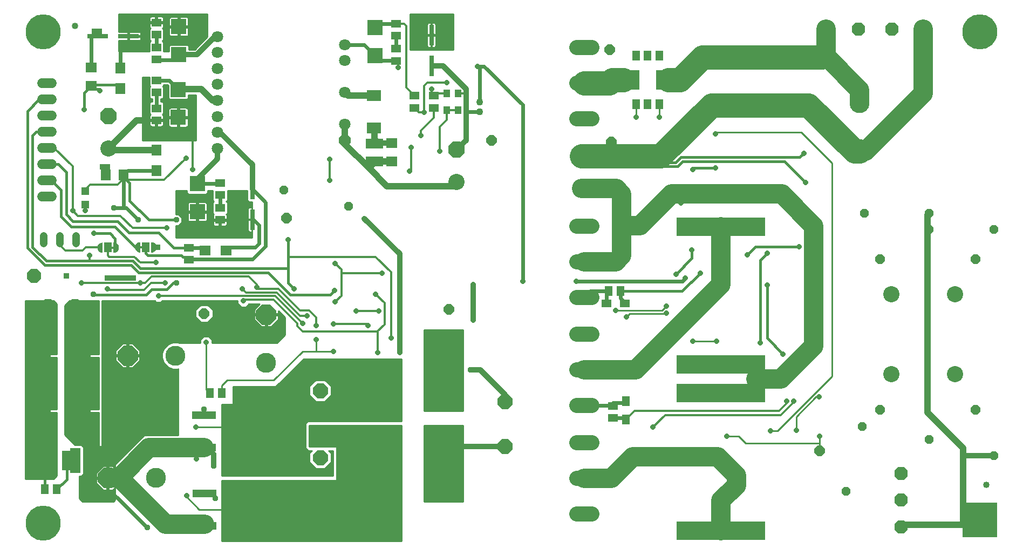
<source format=gtl>
G75*
G70*
%OFA0B0*%
%FSLAX24Y24*%
%IPPOS*%
%LPD*%
%AMOC8*
5,1,8,0,0,1.08239X$1,22.5*
%
%ADD10C,0.1000*%
%ADD11OC8,0.0600*%
%ADD12OC8,0.0827*%
%ADD13OC8,0.0540*%
%ADD14R,0.0827X0.0827*%
%ADD15C,0.0400*%
%ADD16C,0.0930*%
%ADD17R,0.0512X0.0591*%
%ADD18R,0.0591X0.0472*%
%ADD19C,0.0600*%
%ADD20R,0.0472X0.0591*%
%ADD21R,0.0591X0.0512*%
%ADD22R,0.0098X0.0197*%
%ADD23R,0.5512X0.1181*%
%ADD24R,0.1457X0.0512*%
%ADD25R,0.3976X0.3504*%
%ADD26C,0.1236*%
%ADD27OC8,0.1236*%
%ADD28OC8,0.0860*%
%ADD29R,0.0354X0.0354*%
%ADD30OC8,0.0650*%
%ADD31R,0.0591X0.0689*%
%ADD32R,0.0945X0.0945*%
%ADD33R,0.0689X0.0591*%
%ADD34R,0.0300X0.1280*%
%ADD35R,0.1280X0.0300*%
%ADD36R,0.0472X0.0472*%
%ADD37R,0.0630X0.0709*%
%ADD38R,0.0709X0.0630*%
%ADD39R,0.0866X0.0709*%
%ADD40R,0.1063X0.0630*%
%ADD41OC8,0.1000*%
%ADD42R,0.0394X0.0472*%
%ADD43C,0.0709*%
%ADD44OC8,0.0709*%
%ADD45R,0.0710X0.0630*%
%ADD46R,0.0600X0.1200*%
%ADD47R,0.1600X0.0430*%
%ADD48OC8,0.0930*%
%ADD49R,0.0500X0.0600*%
%ADD50R,0.1000X0.1200*%
%ADD51C,0.0010*%
%ADD52R,0.0350X0.0100*%
%ADD53R,0.0200X0.0100*%
%ADD54C,0.0480*%
%ADD55C,0.0433*%
%ADD56C,0.0400*%
%ADD57C,0.1000*%
%ADD58C,0.1500*%
%ADD59C,0.1200*%
%ADD60C,0.0100*%
%ADD61OC8,0.0317*%
%ADD62C,0.0320*%
%ADD63R,0.2165X0.2165*%
%ADD64C,0.0120*%
%ADD65C,0.0160*%
%ADD66C,0.0240*%
%ADD67R,0.0317X0.0317*%
%ADD68OC8,0.0357*%
%ADD69C,0.0140*%
%ADD70R,0.0357X0.0357*%
%ADD71C,0.2165*%
D10*
X029462Y024125D03*
X007937Y026175D03*
X056319Y017186D03*
X060256Y017186D03*
X060256Y012264D03*
X056319Y012264D03*
D11*
X055612Y010050D03*
X061512Y010050D03*
X061512Y019350D03*
X055612Y019350D03*
D12*
X056912Y006129D03*
X056912Y004475D03*
X056912Y002821D03*
X005864Y016500D03*
X004211Y016500D03*
X054285Y033567D03*
X056335Y033567D03*
X058285Y033567D03*
D13*
X058662Y022200D03*
X058662Y021200D03*
X062662Y021200D03*
X054662Y022200D03*
X054512Y009025D03*
X058662Y008225D03*
X062662Y007225D03*
X053512Y005025D03*
X022787Y022625D03*
X018787Y023625D03*
D14*
X052285Y033567D03*
D15*
X005874Y033771D03*
X062173Y005424D03*
D16*
X037804Y005818D02*
X036874Y005818D01*
X036874Y003618D02*
X037804Y003618D01*
X037804Y008018D02*
X036874Y008018D01*
X036874Y010311D02*
X037804Y010311D01*
X037804Y012511D02*
X036874Y012511D01*
X036874Y014711D02*
X037804Y014711D01*
X037804Y017004D02*
X036874Y017004D01*
X036874Y019204D02*
X037804Y019204D01*
X037804Y021404D02*
X036874Y021404D01*
X036874Y028028D02*
X037804Y028028D01*
X037804Y030228D02*
X036874Y030228D01*
X036874Y032428D02*
X037804Y032428D01*
D17*
X038838Y017375D03*
X039586Y017375D03*
X014961Y011075D03*
X014213Y011075D03*
X004761Y005150D03*
X004013Y005150D03*
D18*
X038717Y016625D03*
X039858Y016625D03*
D19*
X037489Y023716D02*
X036889Y023716D01*
X036889Y025716D02*
X037489Y025716D01*
X004437Y025225D02*
X003837Y025225D01*
X003837Y024225D02*
X004437Y024225D01*
X004437Y023225D02*
X003837Y023225D01*
X003837Y026225D02*
X004437Y026225D01*
X004437Y027225D02*
X003837Y027225D01*
X003837Y028225D02*
X004437Y028225D01*
X004437Y029225D02*
X003837Y029225D01*
X003837Y030225D02*
X004437Y030225D01*
D20*
X039912Y010596D03*
X039912Y009454D03*
D21*
X039112Y009551D03*
X039112Y010299D03*
X014837Y021776D03*
X014837Y022524D03*
X014837Y023326D03*
X014837Y024074D03*
X012912Y020074D03*
X012912Y019326D03*
X010912Y027926D03*
X010912Y028674D03*
X010912Y029651D03*
X010912Y030399D03*
X010912Y031676D03*
X010912Y032424D03*
X010912Y033226D03*
X010912Y033974D03*
X025712Y033899D03*
X025712Y033151D03*
X025712Y032349D03*
X025712Y031601D03*
X026837Y029449D03*
X026837Y028701D03*
X028037Y028701D03*
X028037Y029449D03*
D22*
X054316Y026025D03*
X054409Y026025D03*
D23*
X045787Y021352D03*
X045787Y012848D03*
X045787Y011102D03*
X045787Y002598D03*
D24*
X013889Y002900D03*
X013889Y004900D03*
X013839Y007725D03*
X013839Y009725D03*
D25*
X017815Y008725D03*
X017865Y003900D03*
D26*
X010864Y005850D03*
X017687Y012974D03*
X012089Y013400D03*
X047737Y031826D03*
X054362Y028976D03*
D27*
X054362Y026024D03*
X047737Y028874D03*
X017687Y015926D03*
X009136Y013400D03*
X007911Y005850D03*
D28*
X003362Y018325D03*
D29*
X005362Y018325D03*
D30*
X013862Y016000D03*
X018962Y021900D03*
X028987Y016250D03*
X031612Y026700D03*
X039012Y026575D03*
X038912Y032300D03*
X051887Y007525D03*
D31*
X010912Y024810D03*
X010912Y026090D03*
X008687Y029885D03*
X008687Y031165D03*
D32*
X012287Y031984D03*
X012287Y033716D03*
X012262Y029841D03*
X012262Y028109D03*
X013437Y024016D03*
X013437Y022284D03*
X024412Y031934D03*
X024412Y033666D03*
D33*
X015203Y019900D03*
X013923Y019900D03*
D34*
X016837Y021800D03*
X016837Y023700D03*
X027912Y031275D03*
X027912Y033175D03*
D35*
X009187Y033125D03*
X007287Y033125D03*
D36*
X006512Y023563D03*
X006512Y022737D03*
D37*
X007786Y024550D03*
X008889Y024550D03*
D38*
X006887Y030074D03*
X006887Y031176D03*
D39*
X024362Y029454D03*
X024362Y027446D03*
D40*
X024387Y026501D03*
X024387Y025399D03*
D41*
X029462Y026125D03*
X007937Y028175D03*
D42*
X028862Y028563D03*
X029562Y028563D03*
X029562Y029587D03*
X028862Y029587D03*
D43*
X022549Y029650D03*
X022549Y027681D03*
X022549Y031619D03*
X022549Y032603D03*
X014675Y033095D03*
X014675Y032111D03*
X014675Y031126D03*
X014675Y030142D03*
X014675Y029158D03*
X014675Y028174D03*
X014675Y027189D03*
X014675Y026205D03*
D44*
X022549Y026697D03*
D45*
X025462Y026510D03*
X025462Y025390D03*
D46*
X005377Y006925D03*
X003397Y006925D03*
D47*
X003582Y009975D03*
X006042Y009975D03*
X006042Y013450D03*
X003582Y013450D03*
D48*
X021032Y011231D03*
X021032Y009854D03*
X021032Y008476D03*
X021032Y007098D03*
X032449Y007787D03*
X032449Y010543D03*
D49*
X010237Y020100D03*
X007912Y020075D03*
X040532Y028925D03*
X041262Y028925D03*
X041992Y028925D03*
X041992Y031925D03*
X041262Y031925D03*
X040532Y031925D03*
D50*
X040232Y030425D03*
X042292Y030425D03*
D51*
X010865Y020215D02*
X010882Y020159D01*
X010887Y020100D01*
X010882Y020041D01*
X010865Y019985D01*
X010837Y019933D01*
X010800Y019888D01*
X010754Y019851D01*
X010702Y019823D01*
X010646Y019806D01*
X010587Y019800D01*
X010587Y020400D01*
X010646Y020394D01*
X010702Y020377D01*
X010754Y020349D01*
X010800Y020312D01*
X010837Y020267D01*
X010865Y020215D01*
X010864Y020217D02*
X010587Y020217D01*
X010587Y020225D02*
X010859Y020225D01*
X010855Y020234D02*
X010587Y020234D01*
X010587Y020242D02*
X010850Y020242D01*
X010846Y020251D02*
X010587Y020251D01*
X010587Y020259D02*
X010841Y020259D01*
X010836Y020268D02*
X010587Y020268D01*
X010587Y020276D02*
X010829Y020276D01*
X010822Y020285D02*
X010587Y020285D01*
X010587Y020293D02*
X010815Y020293D01*
X010808Y020302D02*
X010587Y020302D01*
X010587Y020310D02*
X010801Y020310D01*
X010792Y020319D02*
X010587Y020319D01*
X010587Y020327D02*
X010781Y020327D01*
X010771Y020336D02*
X010587Y020336D01*
X010587Y020344D02*
X010761Y020344D01*
X010748Y020353D02*
X010587Y020353D01*
X010587Y020361D02*
X010732Y020361D01*
X010716Y020370D02*
X010587Y020370D01*
X010587Y020378D02*
X010699Y020378D01*
X010671Y020387D02*
X010587Y020387D01*
X010587Y020395D02*
X010638Y020395D01*
X010587Y020208D02*
X010867Y020208D01*
X010869Y020200D02*
X010587Y020200D01*
X010587Y020191D02*
X010872Y020191D01*
X010874Y020183D02*
X010587Y020183D01*
X010587Y020174D02*
X010877Y020174D01*
X010880Y020166D02*
X010587Y020166D01*
X010587Y020157D02*
X010882Y020157D01*
X010883Y020149D02*
X010587Y020149D01*
X010587Y020140D02*
X010884Y020140D01*
X010884Y020132D02*
X010587Y020132D01*
X010587Y020123D02*
X010885Y020123D01*
X010886Y020115D02*
X010587Y020115D01*
X010587Y020106D02*
X010887Y020106D01*
X010887Y020098D02*
X010587Y020098D01*
X010587Y020089D02*
X010886Y020089D01*
X010886Y020081D02*
X010587Y020081D01*
X010587Y020072D02*
X010885Y020072D01*
X010884Y020064D02*
X010587Y020064D01*
X010587Y020055D02*
X010883Y020055D01*
X010882Y020047D02*
X010587Y020047D01*
X010587Y020038D02*
X010881Y020038D01*
X010878Y020030D02*
X010587Y020030D01*
X010587Y020021D02*
X010876Y020021D01*
X010873Y020013D02*
X010587Y020013D01*
X010587Y020004D02*
X010870Y020004D01*
X010868Y019996D02*
X010587Y019996D01*
X010587Y019987D02*
X010865Y019987D01*
X010861Y019979D02*
X010587Y019979D01*
X010587Y019970D02*
X010857Y019970D01*
X010852Y019962D02*
X010587Y019962D01*
X010587Y019953D02*
X010847Y019953D01*
X010843Y019945D02*
X010587Y019945D01*
X010587Y019936D02*
X010838Y019936D01*
X010832Y019928D02*
X010587Y019928D01*
X010587Y019919D02*
X010825Y019919D01*
X010818Y019911D02*
X010587Y019911D01*
X010587Y019902D02*
X010811Y019902D01*
X010804Y019894D02*
X010587Y019894D01*
X010587Y019885D02*
X010796Y019885D01*
X010786Y019877D02*
X010587Y019877D01*
X010587Y019868D02*
X010775Y019868D01*
X010765Y019860D02*
X010587Y019860D01*
X010587Y019851D02*
X010755Y019851D01*
X010739Y019843D02*
X010587Y019843D01*
X010587Y019834D02*
X010723Y019834D01*
X010707Y019826D02*
X010587Y019826D01*
X010587Y019817D02*
X010683Y019817D01*
X010655Y019809D02*
X010587Y019809D01*
X010587Y019800D02*
X010588Y019800D01*
X010037Y020050D02*
X010037Y020150D01*
X009887Y020150D01*
X009887Y020400D01*
X009829Y020394D01*
X009773Y020377D01*
X009721Y020349D01*
X009675Y020312D01*
X009638Y020267D01*
X009610Y020215D01*
X009593Y020159D01*
X009587Y020100D01*
X009593Y020041D01*
X009610Y019985D01*
X009638Y019933D01*
X009675Y019888D01*
X009721Y019851D01*
X009773Y019823D01*
X009829Y019806D01*
X009887Y019800D01*
X009887Y019800D01*
X009887Y020050D01*
X010037Y020050D01*
X010037Y020055D02*
X009592Y020055D01*
X009593Y020047D02*
X009887Y020047D01*
X009887Y020038D02*
X009594Y020038D01*
X009597Y020030D02*
X009887Y020030D01*
X009887Y020021D02*
X009599Y020021D01*
X009602Y020013D02*
X009887Y020013D01*
X009887Y020004D02*
X009605Y020004D01*
X009607Y019996D02*
X009887Y019996D01*
X009887Y019987D02*
X009610Y019987D01*
X009614Y019979D02*
X009887Y019979D01*
X009887Y019970D02*
X009618Y019970D01*
X009623Y019962D02*
X009887Y019962D01*
X009887Y019953D02*
X009627Y019953D01*
X009632Y019945D02*
X009887Y019945D01*
X009887Y019936D02*
X009637Y019936D01*
X009643Y019928D02*
X009887Y019928D01*
X009887Y019919D02*
X009650Y019919D01*
X009657Y019911D02*
X009887Y019911D01*
X009887Y019902D02*
X009664Y019902D01*
X009671Y019894D02*
X009887Y019894D01*
X009887Y019885D02*
X009679Y019885D01*
X009689Y019877D02*
X009887Y019877D01*
X009887Y019868D02*
X009699Y019868D01*
X009710Y019860D02*
X009887Y019860D01*
X009887Y019851D02*
X009720Y019851D01*
X009736Y019843D02*
X009887Y019843D01*
X009887Y019834D02*
X009752Y019834D01*
X009768Y019826D02*
X009887Y019826D01*
X009887Y019817D02*
X009792Y019817D01*
X009820Y019809D02*
X009887Y019809D01*
X010037Y020064D02*
X009591Y020064D01*
X009590Y020072D02*
X010037Y020072D01*
X010037Y020081D02*
X009589Y020081D01*
X009589Y020089D02*
X010037Y020089D01*
X010037Y020098D02*
X009588Y020098D01*
X009588Y020106D02*
X010037Y020106D01*
X010037Y020115D02*
X009589Y020115D01*
X009590Y020123D02*
X010037Y020123D01*
X010037Y020132D02*
X009591Y020132D01*
X009591Y020140D02*
X010037Y020140D01*
X010037Y020149D02*
X009592Y020149D01*
X009593Y020157D02*
X009887Y020157D01*
X009887Y020166D02*
X009595Y020166D01*
X009598Y020174D02*
X009887Y020174D01*
X009887Y020183D02*
X009601Y020183D01*
X009603Y020191D02*
X009887Y020191D01*
X009887Y020200D02*
X009606Y020200D01*
X009608Y020208D02*
X009887Y020208D01*
X009887Y020217D02*
X009611Y020217D01*
X009616Y020225D02*
X009887Y020225D01*
X009887Y020234D02*
X009620Y020234D01*
X009625Y020242D02*
X009887Y020242D01*
X009887Y020251D02*
X009629Y020251D01*
X009634Y020259D02*
X009887Y020259D01*
X009887Y020268D02*
X009639Y020268D01*
X009646Y020276D02*
X009887Y020276D01*
X009887Y020285D02*
X009653Y020285D01*
X009660Y020293D02*
X009887Y020293D01*
X009887Y020302D02*
X009667Y020302D01*
X009674Y020310D02*
X009887Y020310D01*
X009887Y020319D02*
X009683Y020319D01*
X009694Y020327D02*
X009887Y020327D01*
X009887Y020336D02*
X009704Y020336D01*
X009714Y020344D02*
X009887Y020344D01*
X009887Y020353D02*
X009727Y020353D01*
X009743Y020361D02*
X009887Y020361D01*
X009887Y020370D02*
X009758Y020370D01*
X009776Y020378D02*
X009887Y020378D01*
X009887Y020387D02*
X009804Y020387D01*
X009837Y020395D02*
X009887Y020395D01*
X008557Y020134D02*
X008562Y020075D01*
X008557Y020016D01*
X008540Y019960D01*
X008512Y019908D01*
X008475Y019863D01*
X008429Y019826D01*
X008377Y019798D01*
X008321Y019781D01*
X008262Y019775D01*
X008262Y020025D01*
X008112Y020025D01*
X008112Y020125D01*
X008262Y020125D01*
X008262Y020375D01*
X008321Y020369D01*
X008377Y020352D01*
X008429Y020324D01*
X008475Y020287D01*
X008512Y020242D01*
X008540Y020190D01*
X008557Y020134D01*
X008557Y020132D02*
X008262Y020132D01*
X008262Y020140D02*
X008555Y020140D01*
X008552Y020149D02*
X008262Y020149D01*
X008262Y020157D02*
X008550Y020157D01*
X008547Y020166D02*
X008262Y020166D01*
X008262Y020174D02*
X008544Y020174D01*
X008542Y020183D02*
X008262Y020183D01*
X008262Y020191D02*
X008539Y020191D01*
X008534Y020200D02*
X008262Y020200D01*
X008262Y020208D02*
X008530Y020208D01*
X008525Y020217D02*
X008262Y020217D01*
X008262Y020225D02*
X008521Y020225D01*
X008516Y020234D02*
X008262Y020234D01*
X008262Y020242D02*
X008512Y020242D01*
X008505Y020251D02*
X008262Y020251D01*
X008262Y020259D02*
X008498Y020259D01*
X008491Y020268D02*
X008262Y020268D01*
X008262Y020276D02*
X008484Y020276D01*
X008477Y020285D02*
X008262Y020285D01*
X008262Y020293D02*
X008467Y020293D01*
X008457Y020302D02*
X008262Y020302D01*
X008262Y020310D02*
X008447Y020310D01*
X008436Y020319D02*
X008262Y020319D01*
X008262Y020327D02*
X008424Y020327D01*
X008408Y020336D02*
X008262Y020336D01*
X008262Y020344D02*
X008392Y020344D01*
X008376Y020353D02*
X008262Y020353D01*
X008262Y020361D02*
X008348Y020361D01*
X008318Y020370D02*
X008262Y020370D01*
X008112Y020123D02*
X008558Y020123D01*
X008559Y020115D02*
X008112Y020115D01*
X008112Y020106D02*
X008559Y020106D01*
X008560Y020098D02*
X008112Y020098D01*
X008112Y020089D02*
X008561Y020089D01*
X008562Y020081D02*
X008112Y020081D01*
X008112Y020072D02*
X008562Y020072D01*
X008561Y020064D02*
X008112Y020064D01*
X008112Y020055D02*
X008561Y020055D01*
X008560Y020047D02*
X008112Y020047D01*
X008112Y020038D02*
X008559Y020038D01*
X008558Y020030D02*
X008112Y020030D01*
X008262Y020021D02*
X008557Y020021D01*
X008556Y020013D02*
X008262Y020013D01*
X008262Y020004D02*
X008553Y020004D01*
X008550Y019996D02*
X008262Y019996D01*
X008262Y019987D02*
X008548Y019987D01*
X008545Y019979D02*
X008262Y019979D01*
X008262Y019970D02*
X008543Y019970D01*
X008540Y019962D02*
X008262Y019962D01*
X008262Y019953D02*
X008536Y019953D01*
X008531Y019945D02*
X008262Y019945D01*
X008262Y019936D02*
X008527Y019936D01*
X008522Y019928D02*
X008262Y019928D01*
X008262Y019919D02*
X008518Y019919D01*
X008513Y019911D02*
X008262Y019911D01*
X008262Y019902D02*
X008507Y019902D01*
X008500Y019894D02*
X008262Y019894D01*
X008262Y019885D02*
X008493Y019885D01*
X008486Y019877D02*
X008262Y019877D01*
X008262Y019868D02*
X008479Y019868D01*
X008471Y019860D02*
X008262Y019860D01*
X008262Y019851D02*
X008460Y019851D01*
X008450Y019843D02*
X008262Y019843D01*
X008262Y019834D02*
X008439Y019834D01*
X008429Y019826D02*
X008262Y019826D01*
X008262Y019817D02*
X008413Y019817D01*
X008397Y019809D02*
X008262Y019809D01*
X008262Y019800D02*
X008381Y019800D01*
X008357Y019792D02*
X008262Y019792D01*
X008262Y019783D02*
X008329Y019783D01*
X007562Y019783D02*
X007496Y019783D01*
X007504Y019781D02*
X007448Y019798D01*
X007396Y019826D01*
X007562Y019826D01*
X007562Y019834D02*
X007385Y019834D01*
X007375Y019843D02*
X007562Y019843D01*
X007562Y019851D02*
X007365Y019851D01*
X007354Y019860D02*
X007562Y019860D01*
X007562Y019868D02*
X007346Y019868D01*
X007350Y019863D02*
X007313Y019908D01*
X007285Y019960D01*
X007268Y020016D01*
X007262Y020075D01*
X007268Y020134D01*
X007285Y020190D01*
X007313Y020242D01*
X007350Y020287D01*
X007396Y020324D01*
X007448Y020352D01*
X007504Y020369D01*
X007562Y020375D01*
X007562Y019775D01*
X007504Y019781D01*
X007468Y019792D02*
X007562Y019792D01*
X007562Y019800D02*
X007444Y019800D01*
X007428Y019809D02*
X007562Y019809D01*
X007562Y019817D02*
X007412Y019817D01*
X007396Y019826D02*
X007350Y019863D01*
X007339Y019877D02*
X007562Y019877D01*
X007562Y019885D02*
X007332Y019885D01*
X007325Y019894D02*
X007562Y019894D01*
X007562Y019902D02*
X007318Y019902D01*
X007312Y019911D02*
X007562Y019911D01*
X007562Y019919D02*
X007307Y019919D01*
X007303Y019928D02*
X007562Y019928D01*
X007562Y019936D02*
X007298Y019936D01*
X007294Y019945D02*
X007562Y019945D01*
X007562Y019953D02*
X007289Y019953D01*
X007285Y019962D02*
X007562Y019962D01*
X007562Y019970D02*
X007282Y019970D01*
X007280Y019979D02*
X007562Y019979D01*
X007562Y019987D02*
X007277Y019987D01*
X007275Y019996D02*
X007562Y019996D01*
X007562Y020004D02*
X007272Y020004D01*
X007269Y020013D02*
X007562Y020013D01*
X007562Y020021D02*
X007268Y020021D01*
X007267Y020030D02*
X007562Y020030D01*
X007562Y020038D02*
X007266Y020038D01*
X007265Y020047D02*
X007562Y020047D01*
X007562Y020055D02*
X007264Y020055D01*
X007264Y020064D02*
X007562Y020064D01*
X007562Y020072D02*
X007263Y020072D01*
X007263Y020081D02*
X007562Y020081D01*
X007562Y020089D02*
X007264Y020089D01*
X007265Y020098D02*
X007562Y020098D01*
X007562Y020106D02*
X007266Y020106D01*
X007266Y020115D02*
X007562Y020115D01*
X007562Y020123D02*
X007267Y020123D01*
X007268Y020132D02*
X007562Y020132D01*
X007562Y020140D02*
X007270Y020140D01*
X007273Y020149D02*
X007562Y020149D01*
X007562Y020157D02*
X007275Y020157D01*
X007278Y020166D02*
X007562Y020166D01*
X007562Y020174D02*
X007281Y020174D01*
X007283Y020183D02*
X007562Y020183D01*
X007562Y020191D02*
X007286Y020191D01*
X007291Y020200D02*
X007562Y020200D01*
X007562Y020208D02*
X007295Y020208D01*
X007300Y020217D02*
X007562Y020217D01*
X007562Y020225D02*
X007304Y020225D01*
X007309Y020234D02*
X007562Y020234D01*
X007562Y020242D02*
X007313Y020242D01*
X007320Y020251D02*
X007562Y020251D01*
X007562Y020259D02*
X007327Y020259D01*
X007334Y020268D02*
X007562Y020268D01*
X007562Y020276D02*
X007341Y020276D01*
X007348Y020285D02*
X007562Y020285D01*
X007562Y020293D02*
X007358Y020293D01*
X007368Y020302D02*
X007562Y020302D01*
X007562Y020310D02*
X007378Y020310D01*
X007389Y020319D02*
X007562Y020319D01*
X007562Y020327D02*
X007401Y020327D01*
X007417Y020336D02*
X007562Y020336D01*
X007562Y020344D02*
X007433Y020344D01*
X007449Y020353D02*
X007562Y020353D01*
X007562Y020361D02*
X007477Y020361D01*
X007507Y020370D02*
X007562Y020370D01*
D52*
X008362Y020075D03*
X009787Y020100D03*
D53*
X010762Y020100D03*
X007387Y020075D03*
D54*
X005937Y020310D02*
X005937Y020790D01*
X004937Y020790D02*
X004937Y020310D01*
X003937Y020310D02*
X003937Y020790D01*
D55*
X030887Y028455D03*
X030887Y029045D03*
D56*
X025462Y025390D02*
X025454Y025399D01*
X024387Y025399D01*
X024387Y025325D01*
X024037Y024975D01*
X022549Y026463D01*
X022549Y026697D01*
X022549Y027681D01*
X024362Y027446D02*
X024387Y027446D01*
X024387Y026501D01*
X024037Y024975D02*
X025162Y023850D01*
X029187Y023850D01*
X029462Y024125D01*
X024362Y029454D02*
X022746Y029454D01*
X022549Y029650D01*
X014675Y029158D02*
X014380Y029158D01*
X013687Y029850D01*
X012287Y029850D01*
X010187Y027950D02*
X010163Y027926D01*
X009688Y027926D01*
X007937Y026175D01*
X008022Y026090D01*
X010912Y026090D01*
X056912Y002821D02*
X057037Y002946D01*
X060737Y002946D01*
X061467Y002946D01*
X061780Y003259D01*
X060737Y002946D02*
X060737Y007225D01*
X060737Y007700D01*
X058562Y009875D01*
X058562Y021200D01*
X058662Y021200D01*
X058562Y021200D02*
X058562Y022100D01*
X058662Y022200D01*
D57*
X047962Y012850D02*
X045789Y012850D01*
X045787Y012848D01*
X047937Y012825D02*
X047937Y011950D01*
X047937Y011125D01*
X047914Y011102D01*
X045787Y011102D01*
X047937Y012825D02*
X047962Y012850D01*
X042537Y030425D02*
X042292Y030425D01*
X040232Y030425D02*
X039737Y030425D01*
D58*
X039087Y030425D01*
X038889Y030228D01*
X037339Y030228D01*
X042537Y030425D02*
X043237Y030425D01*
X044639Y031826D01*
X047737Y031826D01*
X052014Y031826D01*
X052037Y031850D01*
X051189Y028874D02*
X047737Y028874D01*
X045211Y028874D01*
X042053Y025716D01*
X037189Y025716D01*
X051189Y028874D02*
X054039Y026024D01*
X054362Y026024D01*
D59*
X054409Y026025D02*
X054712Y026025D01*
X057287Y028600D01*
X057487Y028800D01*
X058285Y029597D01*
X058285Y033567D01*
X054362Y029800D02*
X052285Y031878D01*
X052285Y033567D01*
X054362Y029800D02*
X054362Y028976D01*
X049537Y023375D02*
X051512Y021400D01*
X051512Y013975D01*
X049487Y011950D01*
X047937Y011950D01*
X045787Y017800D02*
X040498Y012511D01*
X037339Y012511D01*
X045787Y017800D02*
X045787Y021352D01*
X042737Y023375D02*
X040787Y021425D01*
X039787Y021425D01*
X039662Y021300D01*
X039662Y023350D01*
X039297Y023716D01*
X037189Y023716D01*
X039662Y021300D02*
X039662Y019600D01*
X039266Y019204D01*
X037339Y019204D01*
X042737Y023375D02*
X049537Y023375D01*
X045587Y007150D02*
X040337Y007150D01*
X039006Y005818D01*
X037339Y005818D01*
X045587Y007150D02*
X046737Y006000D01*
X046737Y005400D01*
X045787Y004450D01*
X045787Y002598D01*
X013887Y002975D02*
X011487Y002975D01*
X008612Y005850D01*
X007911Y005850D01*
X008612Y005850D02*
X010462Y007725D01*
X013137Y007725D01*
X013839Y007725D01*
D60*
X013387Y007850D02*
X013137Y007725D01*
X013387Y007850D02*
X013387Y007025D01*
X014962Y007004D02*
X020357Y007004D01*
X020357Y006906D02*
X014962Y006906D01*
X014962Y006807D02*
X020368Y006807D01*
X020357Y006818D02*
X020752Y006423D01*
X021311Y006423D01*
X021707Y006818D01*
X021707Y007377D01*
X021544Y007540D01*
X021802Y007540D01*
X021802Y006000D01*
X014962Y006000D01*
X014962Y010400D01*
X015662Y010400D01*
X015662Y011475D01*
X018287Y011475D01*
X020012Y013200D01*
X026062Y013200D01*
X026062Y009360D01*
X020311Y009360D01*
X020215Y009320D01*
X020142Y009247D01*
X020102Y009152D01*
X020102Y009048D01*
X020102Y007748D01*
X020142Y007653D01*
X020215Y007580D01*
X020311Y007540D01*
X020520Y007540D01*
X020357Y007377D01*
X020357Y006818D01*
X020466Y006709D02*
X014962Y006709D01*
X014962Y006610D02*
X020565Y006610D01*
X020663Y006512D02*
X014962Y006512D01*
X014962Y006413D02*
X021802Y006413D01*
X021802Y006315D02*
X014962Y006315D01*
X014962Y006216D02*
X021802Y006216D01*
X021802Y006118D02*
X014962Y006118D01*
X014962Y006019D02*
X021802Y006019D01*
X022062Y006019D02*
X026062Y006019D01*
X026062Y005921D02*
X022062Y005921D01*
X022062Y005822D02*
X026062Y005822D01*
X026062Y005724D02*
X022062Y005724D01*
X022062Y005700D02*
X014962Y005700D01*
X014962Y001957D01*
X026062Y001957D01*
X026062Y009100D01*
X020362Y009100D01*
X020362Y007800D01*
X022062Y007800D01*
X022062Y005700D01*
X022062Y006118D02*
X026062Y006118D01*
X026062Y006216D02*
X022062Y006216D01*
X022062Y006315D02*
X026062Y006315D01*
X026062Y006413D02*
X022062Y006413D01*
X022062Y006512D02*
X026062Y006512D01*
X026062Y006610D02*
X022062Y006610D01*
X022062Y006709D02*
X026062Y006709D01*
X026062Y006807D02*
X022062Y006807D01*
X022062Y006906D02*
X026062Y006906D01*
X026062Y007004D02*
X022062Y007004D01*
X022062Y007103D02*
X026062Y007103D01*
X026062Y007201D02*
X022062Y007201D01*
X022062Y007300D02*
X026062Y007300D01*
X026062Y007398D02*
X022062Y007398D01*
X022062Y007497D02*
X026062Y007497D01*
X026062Y007595D02*
X022062Y007595D01*
X022062Y007694D02*
X026062Y007694D01*
X026062Y007792D02*
X022062Y007792D01*
X021802Y007497D02*
X021587Y007497D01*
X021686Y007398D02*
X021802Y007398D01*
X021802Y007300D02*
X021707Y007300D01*
X021707Y007201D02*
X021802Y007201D01*
X021802Y007103D02*
X021707Y007103D01*
X021707Y007004D02*
X021802Y007004D01*
X021802Y006906D02*
X021707Y006906D01*
X021696Y006807D02*
X021802Y006807D01*
X021802Y006709D02*
X021597Y006709D01*
X021499Y006610D02*
X021802Y006610D01*
X021802Y006512D02*
X021400Y006512D01*
X020357Y007103D02*
X014962Y007103D01*
X014962Y007201D02*
X020357Y007201D01*
X020357Y007300D02*
X014962Y007300D01*
X014962Y007398D02*
X020378Y007398D01*
X020476Y007497D02*
X014962Y007497D01*
X014962Y007595D02*
X020200Y007595D01*
X020125Y007694D02*
X014962Y007694D01*
X014962Y007792D02*
X020102Y007792D01*
X020102Y007891D02*
X014962Y007891D01*
X014962Y007989D02*
X020102Y007989D01*
X020102Y008088D02*
X014962Y008088D01*
X014962Y008186D02*
X020102Y008186D01*
X020102Y008285D02*
X014962Y008285D01*
X014962Y008383D02*
X020102Y008383D01*
X020102Y008482D02*
X014962Y008482D01*
X014962Y008580D02*
X020102Y008580D01*
X020102Y008679D02*
X014962Y008679D01*
X014962Y008777D02*
X020102Y008777D01*
X020102Y008876D02*
X014962Y008876D01*
X014962Y008974D02*
X020102Y008974D01*
X020102Y009073D02*
X014962Y009073D01*
X014962Y009171D02*
X020110Y009171D01*
X020164Y009270D02*
X014962Y009270D01*
X014962Y009368D02*
X026062Y009368D01*
X026062Y009467D02*
X014962Y009467D01*
X014962Y009565D02*
X026062Y009565D01*
X026062Y009664D02*
X014962Y009664D01*
X014962Y009762D02*
X026062Y009762D01*
X026062Y009861D02*
X014962Y009861D01*
X014962Y009959D02*
X026062Y009959D01*
X026062Y010058D02*
X014962Y010058D01*
X014962Y010156D02*
X026062Y010156D01*
X026062Y010255D02*
X014962Y010255D01*
X014962Y010353D02*
X026062Y010353D01*
X026062Y010452D02*
X015662Y010452D01*
X015662Y010550D02*
X026062Y010550D01*
X026062Y010649D02*
X021403Y010649D01*
X021311Y010557D02*
X020752Y010557D01*
X020357Y010952D01*
X020357Y011511D01*
X020752Y011906D01*
X021311Y011906D01*
X021707Y011511D01*
X021707Y010952D01*
X021311Y010557D01*
X021502Y010747D02*
X026062Y010747D01*
X026062Y010846D02*
X021600Y010846D01*
X021699Y010944D02*
X026062Y010944D01*
X026062Y011043D02*
X021707Y011043D01*
X021707Y011141D02*
X026062Y011141D01*
X026062Y011240D02*
X021707Y011240D01*
X021707Y011338D02*
X026062Y011338D01*
X026062Y011437D02*
X021707Y011437D01*
X021683Y011535D02*
X026062Y011535D01*
X026062Y011634D02*
X021584Y011634D01*
X021486Y011732D02*
X026062Y011732D01*
X026062Y011831D02*
X021387Y011831D01*
X020676Y011831D02*
X018643Y011831D01*
X018741Y011929D02*
X026062Y011929D01*
X026062Y012028D02*
X018840Y012028D01*
X018938Y012126D02*
X026062Y012126D01*
X026062Y012225D02*
X019037Y012225D01*
X019135Y012323D02*
X026062Y012323D01*
X026062Y012422D02*
X019234Y012422D01*
X019332Y012520D02*
X026062Y012520D01*
X026062Y012619D02*
X019431Y012619D01*
X019529Y012717D02*
X026062Y012717D01*
X026062Y012816D02*
X019628Y012816D01*
X019726Y012914D02*
X026062Y012914D01*
X026062Y013013D02*
X019825Y013013D01*
X019923Y013111D02*
X026062Y013111D01*
X027432Y013111D02*
X029862Y013111D01*
X029862Y013013D02*
X027432Y013013D01*
X027432Y012914D02*
X029862Y012914D01*
X029862Y012816D02*
X027432Y012816D01*
X027432Y012717D02*
X029862Y012717D01*
X029862Y012619D02*
X027432Y012619D01*
X027432Y012520D02*
X029862Y012520D01*
X029862Y012422D02*
X027432Y012422D01*
X027432Y012323D02*
X029862Y012323D01*
X029862Y012225D02*
X027432Y012225D01*
X027432Y012126D02*
X029862Y012126D01*
X029862Y012028D02*
X027432Y012028D01*
X027432Y011929D02*
X029862Y011929D01*
X029862Y011831D02*
X027432Y011831D01*
X027432Y011732D02*
X029862Y011732D01*
X029862Y011634D02*
X027432Y011634D01*
X027432Y011535D02*
X029862Y011535D01*
X029862Y011437D02*
X027432Y011437D01*
X027432Y011338D02*
X029862Y011338D01*
X029862Y011240D02*
X027432Y011240D01*
X027432Y011141D02*
X029862Y011141D01*
X029862Y011043D02*
X027432Y011043D01*
X027432Y010944D02*
X029862Y010944D01*
X029862Y010846D02*
X027432Y010846D01*
X027432Y010747D02*
X029862Y010747D01*
X029862Y010649D02*
X027432Y010649D01*
X027432Y010550D02*
X029862Y010550D01*
X029862Y010452D02*
X027432Y010452D01*
X027432Y010353D02*
X029862Y010353D01*
X029862Y010255D02*
X027432Y010255D01*
X027432Y010156D02*
X029862Y010156D01*
X029862Y010058D02*
X027432Y010058D01*
X027432Y009975D02*
X027432Y014975D01*
X029862Y014975D01*
X029862Y009975D01*
X027432Y009975D01*
X027432Y009075D02*
X029862Y009075D01*
X029862Y004400D01*
X027432Y004400D01*
X027432Y009075D01*
X027432Y009073D02*
X029862Y009073D01*
X029862Y008974D02*
X027432Y008974D01*
X027432Y008876D02*
X029862Y008876D01*
X029862Y008777D02*
X027432Y008777D01*
X027432Y008679D02*
X029862Y008679D01*
X029862Y008580D02*
X027432Y008580D01*
X027432Y008482D02*
X029862Y008482D01*
X029862Y008383D02*
X027432Y008383D01*
X027432Y008285D02*
X029862Y008285D01*
X029862Y008186D02*
X027432Y008186D01*
X027432Y008088D02*
X029862Y008088D01*
X029862Y007989D02*
X027432Y007989D01*
X027432Y007891D02*
X029862Y007891D01*
X029862Y007792D02*
X027432Y007792D01*
X027432Y007694D02*
X029862Y007694D01*
X029862Y007595D02*
X027432Y007595D01*
X027432Y007497D02*
X029862Y007497D01*
X029862Y007398D02*
X027432Y007398D01*
X027432Y007300D02*
X029862Y007300D01*
X029862Y007201D02*
X027432Y007201D01*
X027432Y007103D02*
X029862Y007103D01*
X029862Y007004D02*
X027432Y007004D01*
X027432Y006906D02*
X029862Y006906D01*
X029862Y006807D02*
X027432Y006807D01*
X027432Y006709D02*
X029862Y006709D01*
X029862Y006610D02*
X027432Y006610D01*
X027432Y006512D02*
X029862Y006512D01*
X029862Y006413D02*
X027432Y006413D01*
X027432Y006315D02*
X029862Y006315D01*
X029862Y006216D02*
X027432Y006216D01*
X027432Y006118D02*
X029862Y006118D01*
X029862Y006019D02*
X027432Y006019D01*
X027432Y005921D02*
X029862Y005921D01*
X029862Y005822D02*
X027432Y005822D01*
X027432Y005724D02*
X029862Y005724D01*
X029862Y005625D02*
X027432Y005625D01*
X027432Y005527D02*
X029862Y005527D01*
X029862Y005428D02*
X027432Y005428D01*
X027432Y005330D02*
X029862Y005330D01*
X029862Y005231D02*
X027432Y005231D01*
X027432Y005133D02*
X029862Y005133D01*
X029862Y005034D02*
X027432Y005034D01*
X027432Y004936D02*
X029862Y004936D01*
X029862Y004837D02*
X027432Y004837D01*
X027432Y004739D02*
X029862Y004739D01*
X029862Y004640D02*
X027432Y004640D01*
X027432Y004542D02*
X029862Y004542D01*
X029862Y004443D02*
X027432Y004443D01*
X026062Y004443D02*
X014962Y004443D01*
X014962Y004345D02*
X026062Y004345D01*
X026062Y004246D02*
X014962Y004246D01*
X014962Y004148D02*
X026062Y004148D01*
X026062Y004049D02*
X014962Y004049D01*
X014962Y003951D02*
X026062Y003951D01*
X026062Y003852D02*
X014962Y003852D01*
X014962Y003754D02*
X026062Y003754D01*
X026062Y003655D02*
X014962Y003655D01*
X014962Y003557D02*
X026062Y003557D01*
X026062Y003458D02*
X014962Y003458D01*
X014962Y003360D02*
X026062Y003360D01*
X026062Y003261D02*
X014962Y003261D01*
X014962Y003163D02*
X026062Y003163D01*
X026062Y003064D02*
X014962Y003064D01*
X014962Y002966D02*
X026062Y002966D01*
X026062Y002867D02*
X014962Y002867D01*
X014962Y002769D02*
X026062Y002769D01*
X026062Y002670D02*
X014962Y002670D01*
X014962Y002572D02*
X026062Y002572D01*
X026062Y002473D02*
X014962Y002473D01*
X014962Y002375D02*
X026062Y002375D01*
X026062Y002276D02*
X014962Y002276D01*
X014962Y002178D02*
X026062Y002178D01*
X026062Y002079D02*
X014962Y002079D01*
X014962Y001981D02*
X026062Y001981D01*
X026062Y004542D02*
X014962Y004542D01*
X014962Y004640D02*
X026062Y004640D01*
X026062Y004739D02*
X014962Y004739D01*
X014962Y004837D02*
X026062Y004837D01*
X026062Y004936D02*
X014962Y004936D01*
X014962Y005034D02*
X026062Y005034D01*
X026062Y005133D02*
X014962Y005133D01*
X014962Y005231D02*
X026062Y005231D01*
X026062Y005330D02*
X014962Y005330D01*
X014962Y005428D02*
X026062Y005428D01*
X026062Y005527D02*
X014962Y005527D01*
X014962Y005625D02*
X026062Y005625D01*
X026062Y007891D02*
X020362Y007891D01*
X020362Y007989D02*
X026062Y007989D01*
X026062Y008088D02*
X020362Y008088D01*
X020362Y008186D02*
X026062Y008186D01*
X026062Y008285D02*
X020362Y008285D01*
X020362Y008383D02*
X026062Y008383D01*
X026062Y008482D02*
X020362Y008482D01*
X020362Y008580D02*
X026062Y008580D01*
X026062Y008679D02*
X020362Y008679D01*
X020362Y008777D02*
X026062Y008777D01*
X026062Y008876D02*
X020362Y008876D01*
X020362Y008974D02*
X026062Y008974D01*
X026062Y009073D02*
X020362Y009073D01*
X017815Y008725D02*
X016597Y009000D01*
X013337Y009000D01*
X012262Y008974D02*
X007562Y008974D01*
X007562Y008876D02*
X012262Y008876D01*
X012262Y008777D02*
X007562Y008777D01*
X007562Y008679D02*
X012262Y008679D01*
X012262Y008580D02*
X007562Y008580D01*
X007562Y008482D02*
X010144Y008482D01*
X010162Y008500D02*
X008362Y006700D01*
X008362Y006457D01*
X008221Y006598D01*
X007961Y006598D01*
X007961Y005900D01*
X007861Y005900D01*
X007861Y005800D01*
X007163Y005800D01*
X007163Y005540D01*
X007601Y005102D01*
X007861Y005102D01*
X007861Y005800D01*
X007961Y005800D01*
X007961Y005102D01*
X008221Y005102D01*
X008362Y005243D01*
X008362Y004500D01*
X008262Y004400D01*
X006362Y004400D01*
X006162Y004600D01*
X006162Y005956D01*
X006283Y005956D01*
X006406Y006079D01*
X006406Y007754D01*
X007562Y007775D01*
X007562Y016800D01*
X010798Y016792D01*
X010885Y016706D01*
X011190Y016706D01*
X011275Y016791D01*
X015919Y016781D01*
X015919Y016622D01*
X016135Y016406D01*
X016440Y016406D01*
X016614Y016580D01*
X017283Y016580D01*
X016939Y016236D01*
X016939Y015976D01*
X017637Y015976D01*
X017637Y015876D01*
X016939Y015876D01*
X016939Y015617D01*
X017378Y015178D01*
X017637Y015178D01*
X017637Y015876D01*
X017737Y015876D01*
X017737Y015178D01*
X017997Y015178D01*
X018436Y015617D01*
X018436Y015876D01*
X017737Y015876D01*
X017737Y015976D01*
X018436Y015976D01*
X018436Y016170D01*
X018837Y015768D01*
X018837Y014675D01*
X018362Y014200D01*
X014356Y014200D01*
X014356Y014378D01*
X014140Y014594D01*
X013835Y014594D01*
X013619Y014378D01*
X013619Y014200D01*
X012321Y014200D01*
X012254Y014228D01*
X011924Y014228D01*
X011620Y014102D01*
X011387Y013869D01*
X011261Y013565D01*
X011261Y013235D01*
X011387Y012931D01*
X011620Y012698D01*
X011924Y012572D01*
X012254Y012572D01*
X012262Y012576D01*
X012262Y008500D01*
X010162Y008500D01*
X010045Y008383D02*
X007562Y008383D01*
X007562Y008285D02*
X009947Y008285D01*
X009848Y008186D02*
X007562Y008186D01*
X007562Y008088D02*
X009750Y008088D01*
X009651Y007989D02*
X007562Y007989D01*
X007562Y007891D02*
X009553Y007891D01*
X009454Y007792D02*
X007562Y007792D01*
X007362Y007792D02*
X006385Y007792D01*
X006406Y007771D02*
X006283Y007894D01*
X005894Y007894D01*
X005262Y008525D01*
X005262Y016500D01*
X005562Y016800D01*
X007362Y016800D01*
X007362Y013500D01*
X006662Y013500D01*
X006662Y013300D01*
X007362Y013300D01*
X007362Y010100D01*
X006662Y010100D01*
X006662Y009900D01*
X007362Y009900D01*
X007362Y007600D01*
X006406Y007620D01*
X006406Y007771D01*
X006406Y007694D02*
X007362Y007694D01*
X007362Y007891D02*
X006286Y007891D01*
X006406Y007694D02*
X009356Y007694D01*
X009257Y007595D02*
X006406Y007595D01*
X006406Y007497D02*
X009159Y007497D01*
X009060Y007398D02*
X006406Y007398D01*
X006406Y007300D02*
X008962Y007300D01*
X008863Y007201D02*
X006406Y007201D01*
X006406Y007103D02*
X008765Y007103D01*
X008666Y007004D02*
X006406Y007004D01*
X006406Y006906D02*
X008568Y006906D01*
X008469Y006807D02*
X006406Y006807D01*
X006406Y006709D02*
X008371Y006709D01*
X008362Y006610D02*
X006406Y006610D01*
X006406Y006512D02*
X007515Y006512D01*
X007601Y006598D02*
X007163Y006160D01*
X007163Y005900D01*
X007861Y005900D01*
X007861Y006598D01*
X007601Y006598D01*
X007416Y006413D02*
X006406Y006413D01*
X006406Y006315D02*
X007318Y006315D01*
X007219Y006216D02*
X006406Y006216D01*
X006406Y006118D02*
X007163Y006118D01*
X007163Y006019D02*
X006346Y006019D01*
X006162Y005921D02*
X007163Y005921D01*
X007163Y005724D02*
X006162Y005724D01*
X006162Y005822D02*
X007861Y005822D01*
X007861Y005724D02*
X007961Y005724D01*
X007961Y005625D02*
X007861Y005625D01*
X007861Y005527D02*
X007961Y005527D01*
X007961Y005428D02*
X007861Y005428D01*
X007861Y005330D02*
X007961Y005330D01*
X007961Y005231D02*
X007861Y005231D01*
X007861Y005133D02*
X007961Y005133D01*
X008252Y005133D02*
X008362Y005133D01*
X008350Y005231D02*
X008362Y005231D01*
X008362Y005034D02*
X006162Y005034D01*
X006162Y004936D02*
X008362Y004936D01*
X008362Y004837D02*
X006162Y004837D01*
X006162Y004739D02*
X008362Y004739D01*
X008362Y004640D02*
X006162Y004640D01*
X006221Y004542D02*
X008362Y004542D01*
X008305Y004443D02*
X006319Y004443D01*
X006162Y005133D02*
X007571Y005133D01*
X007472Y005231D02*
X006162Y005231D01*
X006162Y005330D02*
X007374Y005330D01*
X007275Y005428D02*
X006162Y005428D01*
X006162Y005527D02*
X007177Y005527D01*
X007163Y005625D02*
X006162Y005625D01*
X004762Y006000D02*
X004562Y005800D01*
X002801Y005800D01*
X002801Y016800D01*
X004562Y016800D01*
X004762Y016600D01*
X004762Y013500D01*
X004262Y013500D01*
X004262Y013300D01*
X004762Y013300D01*
X004762Y010100D01*
X004262Y010100D01*
X004262Y009900D01*
X004762Y009900D01*
X004762Y006000D01*
X004762Y006019D02*
X002801Y006019D01*
X002801Y005921D02*
X004683Y005921D01*
X004584Y005822D02*
X002801Y005822D01*
X002801Y006118D02*
X004762Y006118D01*
X004762Y006216D02*
X002801Y006216D01*
X002801Y006315D02*
X004762Y006315D01*
X004762Y006413D02*
X002801Y006413D01*
X002801Y006512D02*
X004762Y006512D01*
X004762Y006610D02*
X002801Y006610D01*
X002801Y006709D02*
X004762Y006709D01*
X004762Y006807D02*
X002801Y006807D01*
X002801Y006906D02*
X004762Y006906D01*
X004762Y007004D02*
X002801Y007004D01*
X002801Y007103D02*
X004762Y007103D01*
X004762Y007201D02*
X002801Y007201D01*
X002801Y007300D02*
X004762Y007300D01*
X004762Y007398D02*
X002801Y007398D01*
X002801Y007497D02*
X004762Y007497D01*
X004762Y007595D02*
X002801Y007595D01*
X002801Y007694D02*
X004762Y007694D01*
X004762Y007792D02*
X002801Y007792D01*
X002801Y007891D02*
X004762Y007891D01*
X004762Y007989D02*
X002801Y007989D01*
X002801Y008088D02*
X004762Y008088D01*
X004762Y008186D02*
X002801Y008186D01*
X002801Y008285D02*
X004762Y008285D01*
X004762Y008383D02*
X002801Y008383D01*
X002801Y008482D02*
X004762Y008482D01*
X004762Y008580D02*
X002801Y008580D01*
X002801Y008679D02*
X004762Y008679D01*
X004762Y008777D02*
X002801Y008777D01*
X002801Y008876D02*
X004762Y008876D01*
X004762Y008974D02*
X002801Y008974D01*
X002801Y009073D02*
X004762Y009073D01*
X004762Y009171D02*
X002801Y009171D01*
X002801Y009270D02*
X004762Y009270D01*
X004762Y009368D02*
X002801Y009368D01*
X002801Y009467D02*
X004762Y009467D01*
X004762Y009565D02*
X002801Y009565D01*
X002801Y009664D02*
X004762Y009664D01*
X004762Y009762D02*
X002801Y009762D01*
X002801Y009861D02*
X004762Y009861D01*
X004762Y010156D02*
X002801Y010156D01*
X002801Y010058D02*
X004262Y010058D01*
X004262Y009959D02*
X002801Y009959D01*
X002801Y010255D02*
X004762Y010255D01*
X004762Y010353D02*
X002801Y010353D01*
X002801Y010452D02*
X004762Y010452D01*
X004762Y010550D02*
X002801Y010550D01*
X002801Y010649D02*
X004762Y010649D01*
X004762Y010747D02*
X002801Y010747D01*
X002801Y010846D02*
X004762Y010846D01*
X004762Y010944D02*
X002801Y010944D01*
X002801Y011043D02*
X004762Y011043D01*
X004762Y011141D02*
X002801Y011141D01*
X002801Y011240D02*
X004762Y011240D01*
X004762Y011338D02*
X002801Y011338D01*
X002801Y011437D02*
X004762Y011437D01*
X004762Y011535D02*
X002801Y011535D01*
X002801Y011634D02*
X004762Y011634D01*
X004762Y011732D02*
X002801Y011732D01*
X002801Y011831D02*
X004762Y011831D01*
X004762Y011929D02*
X002801Y011929D01*
X002801Y012028D02*
X004762Y012028D01*
X004762Y012126D02*
X002801Y012126D01*
X002801Y012225D02*
X004762Y012225D01*
X004762Y012323D02*
X002801Y012323D01*
X002801Y012422D02*
X004762Y012422D01*
X004762Y012520D02*
X002801Y012520D01*
X002801Y012619D02*
X004762Y012619D01*
X004762Y012717D02*
X002801Y012717D01*
X002801Y012816D02*
X004762Y012816D01*
X004762Y012914D02*
X002801Y012914D01*
X002801Y013013D02*
X004762Y013013D01*
X004762Y013111D02*
X002801Y013111D01*
X002801Y013210D02*
X004762Y013210D01*
X004762Y013505D02*
X002801Y013505D01*
X002801Y013407D02*
X004262Y013407D01*
X004262Y013308D02*
X002801Y013308D01*
X002801Y013604D02*
X004762Y013604D01*
X004762Y013702D02*
X002801Y013702D01*
X002801Y013801D02*
X004762Y013801D01*
X004762Y013899D02*
X002801Y013899D01*
X002801Y013998D02*
X004762Y013998D01*
X004762Y014096D02*
X002801Y014096D01*
X002801Y014195D02*
X004762Y014195D01*
X004762Y014293D02*
X002801Y014293D01*
X002801Y014392D02*
X004762Y014392D01*
X004762Y014490D02*
X002801Y014490D01*
X002801Y014589D02*
X004762Y014589D01*
X004762Y014687D02*
X002801Y014687D01*
X002801Y014786D02*
X004762Y014786D01*
X004762Y014884D02*
X002801Y014884D01*
X002801Y014983D02*
X004762Y014983D01*
X004762Y015081D02*
X002801Y015081D01*
X002801Y015180D02*
X004762Y015180D01*
X004762Y015278D02*
X002801Y015278D01*
X002801Y015377D02*
X004762Y015377D01*
X004762Y015475D02*
X002801Y015475D01*
X002801Y015574D02*
X004762Y015574D01*
X004762Y015672D02*
X002801Y015672D01*
X002801Y015771D02*
X004762Y015771D01*
X004762Y015869D02*
X002801Y015869D01*
X002801Y015968D02*
X004762Y015968D01*
X004762Y016066D02*
X002801Y016066D01*
X002801Y016165D02*
X004762Y016165D01*
X004762Y016263D02*
X002801Y016263D01*
X002801Y016362D02*
X004762Y016362D01*
X004762Y016460D02*
X002801Y016460D01*
X002801Y016559D02*
X004762Y016559D01*
X004705Y016657D02*
X002801Y016657D01*
X002801Y016756D02*
X004607Y016756D01*
X005262Y016460D02*
X007362Y016460D01*
X007362Y016362D02*
X005262Y016362D01*
X005262Y016263D02*
X007362Y016263D01*
X007362Y016165D02*
X005262Y016165D01*
X005262Y016066D02*
X007362Y016066D01*
X007362Y015968D02*
X005262Y015968D01*
X005262Y015869D02*
X007362Y015869D01*
X007362Y015771D02*
X005262Y015771D01*
X005262Y015672D02*
X007362Y015672D01*
X007362Y015574D02*
X005262Y015574D01*
X005262Y015475D02*
X007362Y015475D01*
X007362Y015377D02*
X005262Y015377D01*
X005262Y015278D02*
X007362Y015278D01*
X007362Y015180D02*
X005262Y015180D01*
X005262Y015081D02*
X007362Y015081D01*
X007362Y014983D02*
X005262Y014983D01*
X005262Y014884D02*
X007362Y014884D01*
X007362Y014786D02*
X005262Y014786D01*
X005262Y014687D02*
X007362Y014687D01*
X007362Y014589D02*
X005262Y014589D01*
X005262Y014490D02*
X007362Y014490D01*
X007362Y014392D02*
X005262Y014392D01*
X005262Y014293D02*
X007362Y014293D01*
X007362Y014195D02*
X005262Y014195D01*
X005262Y014096D02*
X007362Y014096D01*
X007362Y013998D02*
X005262Y013998D01*
X005262Y013899D02*
X007362Y013899D01*
X007362Y013801D02*
X005262Y013801D01*
X005262Y013702D02*
X007362Y013702D01*
X007362Y013604D02*
X005262Y013604D01*
X005262Y013505D02*
X007362Y013505D01*
X007562Y013505D02*
X008388Y013505D01*
X008388Y013450D02*
X009086Y013450D01*
X009086Y013350D01*
X008388Y013350D01*
X008388Y013090D01*
X008826Y012652D01*
X009086Y012652D01*
X009086Y013350D01*
X009186Y013350D01*
X009186Y012652D01*
X009446Y012652D01*
X009884Y013090D01*
X009884Y013350D01*
X009186Y013350D01*
X009186Y013450D01*
X009086Y013450D01*
X009086Y014148D01*
X008826Y014148D01*
X008388Y013710D01*
X008388Y013450D01*
X008388Y013308D02*
X007562Y013308D01*
X007562Y013210D02*
X008388Y013210D01*
X008388Y013111D02*
X007562Y013111D01*
X007562Y013013D02*
X008466Y013013D01*
X008564Y012914D02*
X007562Y012914D01*
X007562Y012816D02*
X008663Y012816D01*
X008761Y012717D02*
X007562Y012717D01*
X007562Y012619D02*
X011812Y012619D01*
X011601Y012717D02*
X009511Y012717D01*
X009610Y012816D02*
X011502Y012816D01*
X011404Y012914D02*
X009708Y012914D01*
X009807Y013013D02*
X011353Y013013D01*
X011312Y013111D02*
X009884Y013111D01*
X009884Y013210D02*
X011271Y013210D01*
X011261Y013308D02*
X009884Y013308D01*
X009884Y013450D02*
X009884Y013710D01*
X009446Y014148D01*
X009186Y014148D01*
X009186Y013450D01*
X009884Y013450D01*
X009884Y013505D02*
X011261Y013505D01*
X011261Y013407D02*
X009186Y013407D01*
X009186Y013505D02*
X009086Y013505D01*
X009086Y013407D02*
X007562Y013407D01*
X007562Y013604D02*
X008388Y013604D01*
X008388Y013702D02*
X007562Y013702D01*
X007562Y013801D02*
X008479Y013801D01*
X008577Y013899D02*
X007562Y013899D01*
X007562Y013998D02*
X008676Y013998D01*
X008774Y014096D02*
X007562Y014096D01*
X007562Y014195D02*
X011843Y014195D01*
X011614Y014096D02*
X009498Y014096D01*
X009597Y013998D02*
X011515Y013998D01*
X011417Y013899D02*
X009695Y013899D01*
X009794Y013801D02*
X011358Y013801D01*
X011318Y013702D02*
X009884Y013702D01*
X009884Y013604D02*
X011277Y013604D01*
X012262Y012520D02*
X007562Y012520D01*
X007562Y012422D02*
X012262Y012422D01*
X012262Y012323D02*
X007562Y012323D01*
X007562Y012225D02*
X012262Y012225D01*
X012262Y012126D02*
X007562Y012126D01*
X007562Y012028D02*
X012262Y012028D01*
X012262Y011929D02*
X007562Y011929D01*
X007562Y011831D02*
X012262Y011831D01*
X012262Y011732D02*
X007562Y011732D01*
X007562Y011634D02*
X012262Y011634D01*
X012262Y011535D02*
X007562Y011535D01*
X007562Y011437D02*
X012262Y011437D01*
X012262Y011338D02*
X007562Y011338D01*
X007562Y011240D02*
X012262Y011240D01*
X012262Y011141D02*
X007562Y011141D01*
X007562Y011043D02*
X012262Y011043D01*
X012262Y010944D02*
X007562Y010944D01*
X007562Y010846D02*
X012262Y010846D01*
X012262Y010747D02*
X007562Y010747D01*
X007562Y010649D02*
X012262Y010649D01*
X012262Y010550D02*
X007562Y010550D01*
X007562Y010452D02*
X012262Y010452D01*
X012262Y010353D02*
X007562Y010353D01*
X007562Y010255D02*
X012262Y010255D01*
X012262Y010156D02*
X007562Y010156D01*
X007562Y010058D02*
X012262Y010058D01*
X012262Y009959D02*
X007562Y009959D01*
X007562Y009861D02*
X012262Y009861D01*
X012262Y009762D02*
X007562Y009762D01*
X007562Y009664D02*
X012262Y009664D01*
X012262Y009565D02*
X007562Y009565D01*
X007562Y009467D02*
X012262Y009467D01*
X012262Y009368D02*
X007562Y009368D01*
X007562Y009270D02*
X012262Y009270D01*
X012262Y009171D02*
X007562Y009171D01*
X007562Y009073D02*
X012262Y009073D01*
X015662Y010649D02*
X020660Y010649D01*
X020562Y010747D02*
X015662Y010747D01*
X015662Y010846D02*
X020463Y010846D01*
X020365Y010944D02*
X015662Y010944D01*
X015662Y011043D02*
X020357Y011043D01*
X020357Y011141D02*
X015662Y011141D01*
X015662Y011240D02*
X020357Y011240D01*
X020357Y011338D02*
X015662Y011338D01*
X015662Y011437D02*
X020357Y011437D01*
X020381Y011535D02*
X018347Y011535D01*
X018446Y011634D02*
X020479Y011634D01*
X020578Y011732D02*
X018544Y011732D01*
X018162Y011875D02*
X015287Y011875D01*
X014961Y011549D01*
X014961Y011075D01*
X014213Y011075D02*
X013987Y011301D01*
X013987Y014225D01*
X013731Y014490D02*
X007562Y014490D01*
X007562Y014392D02*
X013633Y014392D01*
X013619Y014293D02*
X007562Y014293D01*
X007562Y014589D02*
X013830Y014589D01*
X014145Y014589D02*
X018751Y014589D01*
X018837Y014687D02*
X007562Y014687D01*
X007562Y014786D02*
X018837Y014786D01*
X018837Y014884D02*
X007562Y014884D01*
X007562Y014983D02*
X018837Y014983D01*
X018837Y015081D02*
X007562Y015081D01*
X007562Y015180D02*
X017376Y015180D01*
X017278Y015278D02*
X007562Y015278D01*
X007562Y015377D02*
X017179Y015377D01*
X017081Y015475D02*
X014094Y015475D01*
X014084Y015465D02*
X014397Y015778D01*
X014397Y016222D01*
X014084Y016535D01*
X013641Y016535D01*
X013328Y016222D01*
X013328Y015778D01*
X013641Y015465D01*
X014084Y015465D01*
X014192Y015574D02*
X016982Y015574D01*
X016939Y015672D02*
X014291Y015672D01*
X014389Y015771D02*
X016939Y015771D01*
X016939Y015869D02*
X014397Y015869D01*
X014397Y015968D02*
X017637Y015968D01*
X017637Y015869D02*
X017737Y015869D01*
X017737Y015771D02*
X017637Y015771D01*
X017637Y015672D02*
X017737Y015672D01*
X017737Y015574D02*
X017637Y015574D01*
X017637Y015475D02*
X017737Y015475D01*
X017737Y015377D02*
X017637Y015377D01*
X017637Y015278D02*
X017737Y015278D01*
X017737Y015180D02*
X017637Y015180D01*
X017999Y015180D02*
X018837Y015180D01*
X018837Y015278D02*
X018097Y015278D01*
X018196Y015377D02*
X018837Y015377D01*
X018837Y015475D02*
X018294Y015475D01*
X018393Y015574D02*
X018837Y015574D01*
X018837Y015672D02*
X018436Y015672D01*
X018436Y015771D02*
X018835Y015771D01*
X018737Y015869D02*
X018436Y015869D01*
X018436Y016066D02*
X018540Y016066D01*
X018638Y015968D02*
X017737Y015968D01*
X017163Y016460D02*
X016494Y016460D01*
X016592Y016559D02*
X017262Y016559D01*
X017065Y016362D02*
X014257Y016362D01*
X014159Y016460D02*
X016081Y016460D01*
X015982Y016559D02*
X007562Y016559D01*
X007562Y016657D02*
X015919Y016657D01*
X015919Y016756D02*
X011239Y016756D01*
X010835Y016756D02*
X007562Y016756D01*
X007362Y016756D02*
X005518Y016756D01*
X005420Y016657D02*
X007362Y016657D01*
X007362Y016559D02*
X005321Y016559D01*
X007562Y016460D02*
X013566Y016460D01*
X013468Y016362D02*
X007562Y016362D01*
X007562Y016263D02*
X013369Y016263D01*
X013328Y016165D02*
X007562Y016165D01*
X007562Y016066D02*
X013328Y016066D01*
X013328Y015968D02*
X007562Y015968D01*
X007562Y015869D02*
X013328Y015869D01*
X013336Y015771D02*
X007562Y015771D01*
X007562Y015672D02*
X013434Y015672D01*
X013533Y015574D02*
X007562Y015574D01*
X007562Y015475D02*
X013631Y015475D01*
X014397Y016066D02*
X016939Y016066D01*
X016939Y016165D02*
X014397Y016165D01*
X014356Y016263D02*
X016966Y016263D01*
X018436Y016165D02*
X018441Y016165D01*
X018653Y014490D02*
X014244Y014490D01*
X014342Y014392D02*
X018554Y014392D01*
X018456Y014293D02*
X014356Y014293D01*
X018162Y011875D02*
X019937Y013650D01*
X020762Y013650D01*
X020787Y013675D01*
X020787Y014400D01*
X020762Y013650D02*
X021837Y013650D01*
X027432Y013604D02*
X029862Y013604D01*
X029862Y013702D02*
X027432Y013702D01*
X027432Y013801D02*
X029862Y013801D01*
X029862Y013899D02*
X027432Y013899D01*
X027432Y013998D02*
X029862Y013998D01*
X029862Y014096D02*
X027432Y014096D01*
X027432Y014195D02*
X029862Y014195D01*
X029862Y014293D02*
X027432Y014293D01*
X027432Y014392D02*
X029862Y014392D01*
X029862Y014490D02*
X027432Y014490D01*
X027432Y014589D02*
X029862Y014589D01*
X029862Y014687D02*
X027432Y014687D01*
X027432Y014786D02*
X029862Y014786D01*
X029862Y014884D02*
X027432Y014884D01*
X027432Y013505D02*
X029862Y013505D01*
X029862Y013407D02*
X027432Y013407D01*
X027432Y013308D02*
X029862Y013308D01*
X029862Y013210D02*
X027432Y013210D01*
X039287Y016175D02*
X042137Y016175D01*
X042412Y016450D01*
X042412Y016025D02*
X042362Y015975D01*
X040137Y015975D01*
X039937Y015775D01*
X040037Y015875D01*
X044037Y014275D02*
X045512Y014275D01*
X050437Y009625D02*
X051662Y010850D01*
X051837Y010850D01*
X050437Y009625D02*
X050437Y008775D01*
X049287Y008750D02*
X048837Y008750D01*
X049287Y008750D02*
X052662Y012125D01*
X052662Y025275D01*
X050737Y027200D01*
X045587Y027200D01*
X045462Y027075D01*
X041992Y028130D02*
X041992Y028925D01*
X041992Y028130D02*
X041987Y028125D01*
X040537Y028125D02*
X040532Y028130D01*
X040532Y028925D01*
X052037Y031850D02*
X052257Y031850D01*
X052285Y031878D01*
X016812Y022890D02*
X016812Y021825D01*
X016812Y021775D01*
X016557Y021775D01*
X016557Y021143D01*
X016566Y021110D01*
X016583Y021080D01*
X016608Y021056D01*
X016637Y021039D01*
X016670Y021030D01*
X016812Y021030D01*
X016812Y021775D01*
X016812Y021775D01*
X016812Y020675D01*
X012112Y020675D01*
X012112Y021427D01*
X012282Y021427D01*
X012486Y021631D01*
X012486Y021919D01*
X012282Y022123D01*
X012112Y022123D01*
X012112Y023600D01*
X012795Y023600D01*
X012795Y023473D01*
X012895Y023374D01*
X013980Y023374D01*
X014080Y023473D01*
X014080Y023600D01*
X014372Y023600D01*
X014372Y023000D01*
X014447Y022925D01*
X014372Y022850D01*
X014372Y022198D01*
X014448Y022122D01*
X014438Y022112D01*
X014421Y022082D01*
X014412Y022049D01*
X014412Y021826D01*
X014787Y021826D01*
X014787Y021726D01*
X014412Y021726D01*
X014412Y021503D01*
X014421Y021470D01*
X014438Y021440D01*
X014462Y021416D01*
X014492Y021399D01*
X014525Y021390D01*
X014787Y021390D01*
X014787Y021726D01*
X014887Y021726D01*
X014887Y021390D01*
X015150Y021390D01*
X015183Y021399D01*
X015213Y021416D01*
X015237Y021440D01*
X015254Y021470D01*
X015263Y021503D01*
X015263Y021726D01*
X014887Y021726D01*
X014887Y021826D01*
X015263Y021826D01*
X015263Y022049D01*
X015254Y022082D01*
X015237Y022112D01*
X015227Y022122D01*
X015303Y022198D01*
X015303Y022850D01*
X015228Y022925D01*
X015303Y023000D01*
X015303Y023600D01*
X016517Y023600D01*
X016517Y022990D01*
X016617Y022890D01*
X016812Y022890D01*
X016812Y022863D02*
X015291Y022863D01*
X015303Y022764D02*
X016812Y022764D01*
X016812Y022666D02*
X015303Y022666D01*
X015303Y022567D02*
X016659Y022567D01*
X016670Y022570D02*
X016637Y022561D01*
X016608Y022544D01*
X016583Y022520D01*
X016566Y022490D01*
X016557Y022457D01*
X016557Y021825D01*
X016812Y021825D01*
X016812Y022570D01*
X016670Y022570D01*
X016812Y022567D02*
X016812Y022567D01*
X016812Y022469D02*
X016812Y022469D01*
X016812Y022370D02*
X016812Y022370D01*
X016812Y022272D02*
X016812Y022272D01*
X016812Y022173D02*
X016812Y022173D01*
X016812Y022075D02*
X016812Y022075D01*
X016812Y021976D02*
X016812Y021976D01*
X016812Y021878D02*
X016812Y021878D01*
X016812Y021825D02*
X016812Y021825D01*
X016812Y021779D02*
X014887Y021779D01*
X014887Y021681D02*
X014787Y021681D01*
X014787Y021779D02*
X014036Y021779D01*
X014040Y021794D02*
X014040Y022234D01*
X013487Y022234D01*
X013487Y021681D01*
X013927Y021681D01*
X013960Y021690D01*
X013990Y021707D01*
X014014Y021732D01*
X014031Y021761D01*
X014040Y021794D01*
X014040Y021878D02*
X014412Y021878D01*
X014412Y021976D02*
X014040Y021976D01*
X014040Y022075D02*
X014419Y022075D01*
X014397Y022173D02*
X014040Y022173D01*
X014040Y022334D02*
X014040Y022773D01*
X014031Y022806D01*
X014014Y022836D01*
X013990Y022860D01*
X013960Y022877D01*
X013927Y022886D01*
X013487Y022886D01*
X013487Y022334D01*
X013387Y022334D01*
X013387Y022234D01*
X012835Y022234D01*
X012835Y021794D01*
X012844Y021761D01*
X012861Y021732D01*
X012885Y021707D01*
X012915Y021690D01*
X012948Y021681D01*
X013387Y021681D01*
X013387Y022234D01*
X013487Y022234D01*
X013487Y022334D01*
X014040Y022334D01*
X014040Y022370D02*
X014372Y022370D01*
X014372Y022272D02*
X013487Y022272D01*
X013487Y022370D02*
X013387Y022370D01*
X013387Y022334D02*
X013387Y022886D01*
X012948Y022886D01*
X012915Y022877D01*
X012885Y022860D01*
X012861Y022836D01*
X012844Y022806D01*
X012835Y022773D01*
X012835Y022334D01*
X013387Y022334D01*
X013387Y022272D02*
X012112Y022272D01*
X012112Y022370D02*
X012835Y022370D01*
X012835Y022469D02*
X012112Y022469D01*
X012112Y022567D02*
X012835Y022567D01*
X012835Y022666D02*
X012112Y022666D01*
X012112Y022764D02*
X012835Y022764D01*
X012889Y022863D02*
X012112Y022863D01*
X012112Y022961D02*
X014411Y022961D01*
X014384Y022863D02*
X013986Y022863D01*
X014040Y022764D02*
X014372Y022764D01*
X014372Y022666D02*
X014040Y022666D01*
X014040Y022567D02*
X014372Y022567D01*
X014372Y022469D02*
X014040Y022469D01*
X013487Y022469D02*
X013387Y022469D01*
X013387Y022567D02*
X013487Y022567D01*
X013487Y022666D02*
X013387Y022666D01*
X013387Y022764D02*
X013487Y022764D01*
X013487Y022863D02*
X013387Y022863D01*
X012815Y023454D02*
X012112Y023454D01*
X012112Y023552D02*
X012795Y023552D01*
X012112Y023355D02*
X014372Y023355D01*
X014372Y023257D02*
X012112Y023257D01*
X012112Y023158D02*
X014372Y023158D01*
X014372Y023060D02*
X012112Y023060D01*
X012112Y022173D02*
X012835Y022173D01*
X012835Y022075D02*
X012331Y022075D01*
X012429Y021976D02*
X012835Y021976D01*
X012835Y021878D02*
X012486Y021878D01*
X012486Y021779D02*
X012839Y021779D01*
X012486Y021681D02*
X014412Y021681D01*
X014412Y021582D02*
X012437Y021582D01*
X012339Y021484D02*
X014417Y021484D01*
X014787Y021484D02*
X014887Y021484D01*
X014887Y021582D02*
X014787Y021582D01*
X015263Y021582D02*
X016557Y021582D01*
X016557Y021484D02*
X015258Y021484D01*
X015263Y021681D02*
X016557Y021681D01*
X016557Y021878D02*
X015263Y021878D01*
X015263Y021976D02*
X016557Y021976D01*
X016557Y022075D02*
X015256Y022075D01*
X015278Y022173D02*
X016557Y022173D01*
X016557Y022272D02*
X015303Y022272D01*
X015303Y022370D02*
X016557Y022370D01*
X016561Y022469D02*
X015303Y022469D01*
X015264Y022961D02*
X016546Y022961D01*
X016517Y023060D02*
X015303Y023060D01*
X015303Y023158D02*
X016517Y023158D01*
X016517Y023257D02*
X015303Y023257D01*
X015303Y023355D02*
X016517Y023355D01*
X016517Y023454D02*
X015303Y023454D01*
X015303Y023552D02*
X016517Y023552D01*
X014372Y023552D02*
X014080Y023552D01*
X014060Y023454D02*
X014372Y023454D01*
X013487Y022173D02*
X013387Y022173D01*
X013387Y022075D02*
X013487Y022075D01*
X013487Y021976D02*
X013387Y021976D01*
X013387Y021878D02*
X013487Y021878D01*
X013487Y021779D02*
X013387Y021779D01*
X012112Y021385D02*
X016557Y021385D01*
X016557Y021287D02*
X012112Y021287D01*
X012112Y021188D02*
X016557Y021188D01*
X016578Y021090D02*
X012112Y021090D01*
X012112Y020991D02*
X016812Y020991D01*
X016812Y020893D02*
X012112Y020893D01*
X012112Y020794D02*
X016812Y020794D01*
X016812Y020696D02*
X012112Y020696D01*
X016812Y021090D02*
X016812Y021090D01*
X016812Y021188D02*
X016812Y021188D01*
X016812Y021287D02*
X016812Y021287D01*
X016812Y021385D02*
X016812Y021385D01*
X016812Y021484D02*
X016812Y021484D01*
X016812Y021582D02*
X016812Y021582D01*
X016812Y021681D02*
X016812Y021681D01*
X013337Y026675D02*
X010062Y026675D01*
X010062Y030600D01*
X010467Y030600D01*
X010467Y030081D01*
X010523Y030025D01*
X010467Y029969D01*
X010467Y029333D01*
X010555Y029245D01*
X010642Y029245D01*
X010642Y029080D01*
X010555Y029080D01*
X010467Y028992D01*
X010467Y028356D01*
X010537Y028286D01*
X010513Y028262D01*
X010496Y028232D01*
X010487Y028199D01*
X010487Y027976D01*
X010862Y027976D01*
X010862Y027876D01*
X010487Y027876D01*
X010487Y027653D01*
X010496Y027620D01*
X010513Y027590D01*
X010537Y027566D01*
X010567Y027549D01*
X010600Y027540D01*
X010862Y027540D01*
X010862Y027876D01*
X010962Y027876D01*
X010962Y027540D01*
X011225Y027540D01*
X011258Y027549D01*
X011288Y027566D01*
X011312Y027590D01*
X011329Y027620D01*
X011338Y027653D01*
X011338Y027876D01*
X010962Y027876D01*
X010962Y027976D01*
X011338Y027976D01*
X011338Y028199D01*
X011329Y028232D01*
X011312Y028262D01*
X011288Y028286D01*
X011358Y028356D01*
X011358Y028992D01*
X011270Y029080D01*
X011182Y029080D01*
X011182Y029245D01*
X011270Y029245D01*
X011358Y029333D01*
X011358Y029969D01*
X011302Y030025D01*
X011358Y030081D01*
X011358Y030129D01*
X011593Y030129D01*
X011640Y030082D01*
X011640Y029307D01*
X011728Y029219D01*
X012797Y029219D01*
X012885Y029307D01*
X012885Y029500D01*
X013337Y029500D01*
X013337Y026675D01*
X013337Y026704D02*
X010062Y026704D01*
X010062Y026803D02*
X013337Y026803D01*
X013337Y026901D02*
X010062Y026901D01*
X010062Y027000D02*
X013337Y027000D01*
X013337Y027098D02*
X010062Y027098D01*
X010062Y027197D02*
X013337Y027197D01*
X013337Y027295D02*
X010062Y027295D01*
X010062Y027394D02*
X013337Y027394D01*
X013337Y027492D02*
X010062Y027492D01*
X010062Y027591D02*
X010513Y027591D01*
X010487Y027689D02*
X010062Y027689D01*
X010062Y027788D02*
X010487Y027788D01*
X010487Y027985D02*
X010062Y027985D01*
X010062Y028083D02*
X010487Y028083D01*
X010487Y028182D02*
X010062Y028182D01*
X010062Y028280D02*
X010532Y028280D01*
X010467Y028379D02*
X010062Y028379D01*
X010062Y028477D02*
X010467Y028477D01*
X010467Y028576D02*
X010062Y028576D01*
X010062Y028674D02*
X010467Y028674D01*
X010467Y028773D02*
X010062Y028773D01*
X010062Y028871D02*
X010467Y028871D01*
X010467Y028970D02*
X010062Y028970D01*
X010062Y029068D02*
X010543Y029068D01*
X010642Y029167D02*
X010062Y029167D01*
X010062Y029265D02*
X010535Y029265D01*
X010467Y029364D02*
X010062Y029364D01*
X010062Y029462D02*
X010467Y029462D01*
X010467Y029561D02*
X010062Y029561D01*
X010062Y029659D02*
X010467Y029659D01*
X010467Y029758D02*
X010062Y029758D01*
X010062Y029856D02*
X010467Y029856D01*
X010467Y029955D02*
X010062Y029955D01*
X010062Y030053D02*
X010495Y030053D01*
X010467Y030152D02*
X010062Y030152D01*
X010062Y030250D02*
X010467Y030250D01*
X010467Y030349D02*
X010062Y030349D01*
X010062Y030447D02*
X010467Y030447D01*
X010467Y030546D02*
X010062Y030546D01*
X011330Y030053D02*
X011640Y030053D01*
X011640Y029955D02*
X011358Y029955D01*
X011358Y029856D02*
X011640Y029856D01*
X011640Y029758D02*
X011358Y029758D01*
X011358Y029659D02*
X011640Y029659D01*
X011640Y029561D02*
X011358Y029561D01*
X011358Y029462D02*
X011640Y029462D01*
X011640Y029364D02*
X011358Y029364D01*
X011290Y029265D02*
X011682Y029265D01*
X011358Y028970D02*
X013337Y028970D01*
X013337Y029068D02*
X011282Y029068D01*
X011182Y029167D02*
X013337Y029167D01*
X013337Y029265D02*
X012843Y029265D01*
X012885Y029364D02*
X013337Y029364D01*
X013337Y029462D02*
X012885Y029462D01*
X013337Y028871D02*
X011358Y028871D01*
X011358Y028773D02*
X013337Y028773D01*
X013337Y028674D02*
X012826Y028674D01*
X012815Y028685D02*
X012785Y028702D01*
X012752Y028711D01*
X012312Y028711D01*
X012312Y028159D01*
X012212Y028159D01*
X012212Y028059D01*
X011660Y028059D01*
X011660Y027619D01*
X011669Y027586D01*
X011686Y027557D01*
X011710Y027532D01*
X011740Y027515D01*
X011773Y027506D01*
X012212Y027506D01*
X012212Y028059D01*
X012312Y028059D01*
X012312Y027506D01*
X012752Y027506D01*
X012785Y027515D01*
X012815Y027532D01*
X012839Y027557D01*
X012856Y027586D01*
X012865Y027619D01*
X012865Y028059D01*
X012312Y028059D01*
X012312Y028159D01*
X012865Y028159D01*
X012865Y028598D01*
X012856Y028631D01*
X012839Y028661D01*
X012815Y028685D01*
X012865Y028576D02*
X013337Y028576D01*
X013337Y028477D02*
X012865Y028477D01*
X012865Y028379D02*
X013337Y028379D01*
X013337Y028280D02*
X012865Y028280D01*
X012865Y028182D02*
X013337Y028182D01*
X013337Y028083D02*
X012312Y028083D01*
X012312Y027985D02*
X012212Y027985D01*
X012212Y028083D02*
X011338Y028083D01*
X011338Y027985D02*
X011660Y027985D01*
X011660Y027886D02*
X010962Y027886D01*
X010962Y027788D02*
X010862Y027788D01*
X010862Y027886D02*
X010062Y027886D01*
X010862Y027689D02*
X010962Y027689D01*
X010962Y027591D02*
X010862Y027591D01*
X011312Y027591D02*
X011668Y027591D01*
X011660Y027689D02*
X011338Y027689D01*
X011338Y027788D02*
X011660Y027788D01*
X011660Y028159D02*
X011660Y028598D01*
X011669Y028631D01*
X011686Y028661D01*
X011710Y028685D01*
X011740Y028702D01*
X011773Y028711D01*
X012212Y028711D01*
X012212Y028159D01*
X011660Y028159D01*
X011660Y028182D02*
X011338Y028182D01*
X011293Y028280D02*
X011660Y028280D01*
X011660Y028379D02*
X011358Y028379D01*
X011358Y028477D02*
X011660Y028477D01*
X011660Y028576D02*
X011358Y028576D01*
X011358Y028674D02*
X011699Y028674D01*
X012212Y028674D02*
X012312Y028674D01*
X012312Y028576D02*
X012212Y028576D01*
X012212Y028477D02*
X012312Y028477D01*
X012312Y028379D02*
X012212Y028379D01*
X012212Y028280D02*
X012312Y028280D01*
X012312Y028182D02*
X012212Y028182D01*
X012212Y027886D02*
X012312Y027886D01*
X012312Y027788D02*
X012212Y027788D01*
X012212Y027689D02*
X012312Y027689D01*
X012312Y027591D02*
X012212Y027591D01*
X012857Y027591D02*
X013337Y027591D01*
X013337Y027689D02*
X012865Y027689D01*
X012865Y027788D02*
X013337Y027788D01*
X013337Y027886D02*
X012865Y027886D01*
X012865Y027985D02*
X013337Y027985D01*
X011665Y032175D02*
X011358Y032175D01*
X011358Y032742D01*
X011275Y032825D01*
X011358Y032908D01*
X011358Y033544D01*
X011288Y033614D01*
X011312Y033638D01*
X011329Y033668D01*
X011338Y033701D01*
X011338Y033924D01*
X010962Y033924D01*
X010962Y034024D01*
X010862Y034024D01*
X010862Y033924D01*
X010487Y033924D01*
X010487Y033701D01*
X010496Y033668D01*
X010513Y033638D01*
X010537Y033614D01*
X010467Y033544D01*
X010467Y032908D01*
X010550Y032825D01*
X010467Y032742D01*
X010467Y032175D01*
X008587Y032175D01*
X008587Y032845D01*
X009162Y032845D01*
X009162Y033100D01*
X008587Y033100D01*
X008587Y033150D01*
X009162Y033150D01*
X009162Y033100D01*
X009212Y033100D01*
X009212Y032845D01*
X009845Y032845D01*
X009878Y032854D01*
X009907Y032871D01*
X009931Y032895D01*
X009949Y032925D01*
X009957Y032958D01*
X009957Y033100D01*
X009212Y033100D01*
X009212Y033150D01*
X009162Y033150D01*
X009162Y033405D01*
X008587Y033405D01*
X008587Y034482D01*
X014062Y034482D01*
X014062Y033088D01*
X013268Y032294D01*
X012910Y032294D01*
X012910Y032518D01*
X012822Y032606D01*
X011753Y032606D01*
X011665Y032518D01*
X011665Y032175D01*
X011665Y032220D02*
X011358Y032220D01*
X011358Y032319D02*
X011665Y032319D01*
X011665Y032417D02*
X011358Y032417D01*
X011358Y032516D02*
X011665Y032516D01*
X011358Y032614D02*
X013588Y032614D01*
X013490Y032516D02*
X012910Y032516D01*
X012910Y032417D02*
X013391Y032417D01*
X013293Y032319D02*
X012910Y032319D01*
X013687Y032713D02*
X011358Y032713D01*
X011289Y032811D02*
X013785Y032811D01*
X013884Y032910D02*
X011358Y032910D01*
X011358Y033008D02*
X013982Y033008D01*
X014062Y033107D02*
X011358Y033107D01*
X011358Y033205D02*
X011691Y033205D01*
X011694Y033194D02*
X011711Y033164D01*
X011735Y033140D01*
X011765Y033123D01*
X011798Y033114D01*
X012237Y033114D01*
X012237Y033666D01*
X011685Y033666D01*
X011685Y033227D01*
X011694Y033194D01*
X011685Y033304D02*
X011358Y033304D01*
X011358Y033402D02*
X011685Y033402D01*
X011685Y033501D02*
X011358Y033501D01*
X011303Y033599D02*
X011685Y033599D01*
X011685Y033766D02*
X011685Y034206D01*
X011694Y034239D01*
X011711Y034268D01*
X011735Y034293D01*
X011765Y034310D01*
X011798Y034319D01*
X012237Y034319D01*
X012237Y033766D01*
X012237Y033666D01*
X012337Y033666D01*
X012337Y033114D01*
X012777Y033114D01*
X012810Y033123D01*
X012840Y033140D01*
X012864Y033164D01*
X012881Y033194D01*
X012890Y033227D01*
X012890Y033666D01*
X012337Y033666D01*
X012337Y033766D01*
X012237Y033766D01*
X011685Y033766D01*
X011685Y033796D02*
X011338Y033796D01*
X011337Y033698D02*
X012237Y033698D01*
X012237Y033796D02*
X012337Y033796D01*
X012337Y033766D02*
X012337Y034319D01*
X012777Y034319D01*
X012810Y034310D01*
X012840Y034293D01*
X012864Y034268D01*
X012881Y034239D01*
X012890Y034206D01*
X012890Y033766D01*
X012337Y033766D01*
X012337Y033698D02*
X014062Y033698D01*
X014062Y033796D02*
X012890Y033796D01*
X012890Y033895D02*
X014062Y033895D01*
X014062Y033993D02*
X012890Y033993D01*
X012890Y034092D02*
X014062Y034092D01*
X014062Y034190D02*
X012890Y034190D01*
X012844Y034289D02*
X014062Y034289D01*
X014062Y034387D02*
X008587Y034387D01*
X008587Y034289D02*
X010501Y034289D01*
X010496Y034280D02*
X010487Y034247D01*
X010487Y034024D01*
X010862Y034024D01*
X010862Y034360D01*
X010600Y034360D01*
X010567Y034351D01*
X010537Y034334D01*
X010513Y034310D01*
X010496Y034280D01*
X010487Y034190D02*
X008587Y034190D01*
X008587Y034092D02*
X010487Y034092D01*
X010487Y033895D02*
X008587Y033895D01*
X008587Y033993D02*
X010862Y033993D01*
X010862Y034092D02*
X010962Y034092D01*
X010962Y034024D02*
X010962Y034360D01*
X011225Y034360D01*
X011258Y034351D01*
X011288Y034334D01*
X011312Y034310D01*
X011329Y034280D01*
X011338Y034247D01*
X011338Y034024D01*
X010962Y034024D01*
X010962Y033993D02*
X011685Y033993D01*
X011685Y033895D02*
X011338Y033895D01*
X011338Y034092D02*
X011685Y034092D01*
X011685Y034190D02*
X011338Y034190D01*
X011324Y034289D02*
X011731Y034289D01*
X012237Y034289D02*
X012337Y034289D01*
X012337Y034190D02*
X012237Y034190D01*
X012237Y034092D02*
X012337Y034092D01*
X012337Y033993D02*
X012237Y033993D01*
X012237Y033895D02*
X012337Y033895D01*
X012337Y033599D02*
X012237Y033599D01*
X012237Y033501D02*
X012337Y033501D01*
X012337Y033402D02*
X012237Y033402D01*
X012237Y033304D02*
X012337Y033304D01*
X012337Y033205D02*
X012237Y033205D01*
X012884Y033205D02*
X014062Y033205D01*
X014062Y033304D02*
X012890Y033304D01*
X012890Y033402D02*
X014062Y033402D01*
X014062Y033501D02*
X012890Y033501D01*
X012890Y033599D02*
X014062Y033599D01*
X010962Y034190D02*
X010862Y034190D01*
X010862Y034289D02*
X010962Y034289D01*
X010487Y033796D02*
X008587Y033796D01*
X008587Y033698D02*
X010488Y033698D01*
X010522Y033599D02*
X008587Y033599D01*
X008587Y033501D02*
X010467Y033501D01*
X010467Y033402D02*
X009855Y033402D01*
X009845Y033405D02*
X009212Y033405D01*
X009212Y033150D01*
X009957Y033150D01*
X009957Y033292D01*
X009949Y033325D01*
X009931Y033355D01*
X009907Y033379D01*
X009878Y033396D01*
X009845Y033405D01*
X009954Y033304D02*
X010467Y033304D01*
X010467Y033205D02*
X009957Y033205D01*
X009957Y033008D02*
X010467Y033008D01*
X010467Y032910D02*
X009940Y032910D01*
X010467Y033107D02*
X009212Y033107D01*
X009162Y033107D02*
X008587Y033107D01*
X008587Y032811D02*
X010536Y032811D01*
X010467Y032713D02*
X008587Y032713D01*
X008587Y032614D02*
X010467Y032614D01*
X010467Y032516D02*
X008587Y032516D01*
X008587Y032417D02*
X010467Y032417D01*
X010467Y032319D02*
X008587Y032319D01*
X008587Y032220D02*
X010467Y032220D01*
X009212Y032910D02*
X009162Y032910D01*
X009162Y033008D02*
X009212Y033008D01*
X009212Y033205D02*
X009162Y033205D01*
X009162Y033304D02*
X009212Y033304D01*
X009212Y033402D02*
X009162Y033402D01*
X009086Y014096D02*
X009186Y014096D01*
X009186Y013998D02*
X009086Y013998D01*
X009086Y013899D02*
X009186Y013899D01*
X009186Y013801D02*
X009086Y013801D01*
X009086Y013702D02*
X009186Y013702D01*
X009186Y013604D02*
X009086Y013604D01*
X009086Y013308D02*
X009186Y013308D01*
X009186Y013210D02*
X009086Y013210D01*
X009086Y013111D02*
X009186Y013111D01*
X009186Y013013D02*
X009086Y013013D01*
X009086Y012914D02*
X009186Y012914D01*
X009186Y012816D02*
X009086Y012816D01*
X009086Y012717D02*
X009186Y012717D01*
X007362Y012717D02*
X005262Y012717D01*
X005262Y012619D02*
X007362Y012619D01*
X007362Y012520D02*
X005262Y012520D01*
X005262Y012422D02*
X007362Y012422D01*
X007362Y012323D02*
X005262Y012323D01*
X005262Y012225D02*
X007362Y012225D01*
X007362Y012126D02*
X005262Y012126D01*
X005262Y012028D02*
X007362Y012028D01*
X007362Y011929D02*
X005262Y011929D01*
X005262Y011831D02*
X007362Y011831D01*
X007362Y011732D02*
X005262Y011732D01*
X005262Y011634D02*
X007362Y011634D01*
X007362Y011535D02*
X005262Y011535D01*
X005262Y011437D02*
X007362Y011437D01*
X007362Y011338D02*
X005262Y011338D01*
X005262Y011240D02*
X007362Y011240D01*
X007362Y011141D02*
X005262Y011141D01*
X005262Y011043D02*
X007362Y011043D01*
X007362Y010944D02*
X005262Y010944D01*
X005262Y010846D02*
X007362Y010846D01*
X007362Y010747D02*
X005262Y010747D01*
X005262Y010649D02*
X007362Y010649D01*
X007362Y010550D02*
X005262Y010550D01*
X005262Y010452D02*
X007362Y010452D01*
X007362Y010353D02*
X005262Y010353D01*
X005262Y010255D02*
X007362Y010255D01*
X007362Y010156D02*
X005262Y010156D01*
X005262Y010058D02*
X006662Y010058D01*
X006662Y009959D02*
X005262Y009959D01*
X005262Y009861D02*
X007362Y009861D01*
X007362Y009762D02*
X005262Y009762D01*
X005262Y009664D02*
X007362Y009664D01*
X007362Y009565D02*
X005262Y009565D01*
X005262Y009467D02*
X007362Y009467D01*
X007362Y009368D02*
X005262Y009368D01*
X005262Y009270D02*
X007362Y009270D01*
X007362Y009171D02*
X005262Y009171D01*
X005262Y009073D02*
X007362Y009073D01*
X007362Y008974D02*
X005262Y008974D01*
X005262Y008876D02*
X007362Y008876D01*
X007362Y008777D02*
X005262Y008777D01*
X005262Y008679D02*
X007362Y008679D01*
X007362Y008580D02*
X005262Y008580D01*
X005306Y008482D02*
X007362Y008482D01*
X007362Y008383D02*
X005404Y008383D01*
X005503Y008285D02*
X007362Y008285D01*
X007362Y008186D02*
X005601Y008186D01*
X005700Y008088D02*
X007362Y008088D01*
X007362Y007989D02*
X005798Y007989D01*
X007861Y006512D02*
X007961Y006512D01*
X007961Y006413D02*
X007861Y006413D01*
X007861Y006315D02*
X007961Y006315D01*
X007961Y006216D02*
X007861Y006216D01*
X007861Y006118D02*
X007961Y006118D01*
X007961Y006019D02*
X007861Y006019D01*
X007861Y005921D02*
X007961Y005921D01*
X008308Y006512D02*
X008362Y006512D01*
X012787Y004750D02*
X012787Y004675D01*
X013562Y003900D01*
X017865Y003900D01*
X007362Y012816D02*
X005262Y012816D01*
X005262Y012914D02*
X007362Y012914D01*
X007362Y013013D02*
X005262Y013013D01*
X005262Y013111D02*
X007362Y013111D01*
X007362Y013210D02*
X005262Y013210D01*
X005262Y013308D02*
X006662Y013308D01*
X006662Y013407D02*
X005262Y013407D01*
X046137Y008425D02*
X046887Y008425D01*
X047312Y008000D01*
X051887Y008000D01*
X051887Y008425D01*
X051887Y008000D02*
X051887Y007525D01*
D61*
X051887Y008425D03*
X050437Y008775D03*
X048837Y008750D03*
X049862Y010600D03*
X050287Y010600D03*
X051837Y010850D03*
X049612Y013500D03*
X048212Y014175D03*
X045512Y014275D03*
X044037Y014275D03*
X042412Y016025D03*
X042412Y016450D03*
X043587Y018175D03*
X042997Y018435D03*
X044512Y018500D03*
X043987Y019925D03*
X047412Y019625D03*
X048637Y019725D03*
X050612Y020125D03*
X048637Y017750D03*
X043328Y022840D03*
X043337Y023500D03*
X044037Y024875D03*
X045462Y024975D03*
X045462Y027075D03*
X041987Y028125D03*
X040537Y028125D03*
X030762Y031250D03*
X028837Y030250D03*
X027912Y029850D03*
X027437Y028425D03*
X027262Y027000D03*
X026637Y026250D03*
X028412Y026025D03*
X026562Y024775D03*
X021612Y024225D03*
X021612Y025525D03*
X023762Y021850D03*
X021962Y019100D03*
X021912Y017425D03*
X021962Y016725D03*
X023237Y016150D03*
X023987Y015250D03*
X024637Y016150D03*
X024462Y017200D03*
X024837Y018475D03*
X021837Y015350D03*
X020787Y015250D03*
X020214Y015848D03*
X019937Y015375D03*
X020787Y014400D03*
X021837Y013650D03*
X024587Y013600D03*
X025937Y013600D03*
X025412Y014500D03*
X030487Y015575D03*
X030487Y017800D03*
X033537Y018000D03*
X036862Y018000D03*
X039287Y016175D03*
X039937Y015775D03*
X041587Y008975D03*
X046137Y008425D03*
X051012Y024075D03*
X050912Y025900D03*
X025837Y031175D03*
X013137Y024900D03*
X012737Y025600D03*
X006437Y028575D03*
X007412Y029750D03*
X006512Y022350D03*
X005737Y022350D03*
X007037Y020950D03*
X006787Y019575D03*
X006287Y017875D03*
X007887Y017525D03*
X009912Y017875D03*
X011037Y017075D03*
X011437Y017900D03*
X010887Y019150D03*
X011537Y021275D03*
X016212Y017525D03*
X017112Y017625D03*
X016287Y016775D03*
X019412Y017525D03*
X019062Y020550D03*
X013987Y014225D03*
X013337Y009000D03*
X012137Y008600D03*
X013387Y007025D03*
X012787Y004750D03*
D62*
X014437Y006575D02*
X014437Y007327D01*
X013839Y007725D01*
X025937Y013600D02*
X025937Y019675D01*
X023762Y021850D01*
X029462Y026125D02*
X030037Y026700D01*
X030037Y028450D01*
X030037Y029475D01*
X030037Y029850D01*
X028612Y031275D01*
X027987Y031275D01*
X024537Y026651D02*
X024387Y026501D01*
X024396Y026510D01*
X025462Y026510D01*
X016837Y025175D02*
X016837Y023700D01*
X016837Y025175D02*
X014823Y027189D01*
X014675Y027189D01*
X014675Y026205D02*
X014687Y026193D01*
X014687Y025550D01*
X013437Y024300D01*
X013437Y024016D01*
X009487Y018200D02*
X008712Y018200D01*
X007887Y018200D01*
X028887Y007775D02*
X032462Y007775D01*
X032449Y010543D02*
X032449Y010988D01*
X030912Y012525D01*
X030662Y012525D01*
X030312Y012525D01*
X030487Y015575D02*
X030487Y017800D01*
X014582Y033170D02*
X013396Y031984D01*
X012287Y031984D01*
X014582Y033170D02*
X014675Y033095D01*
X060737Y007225D02*
X062662Y007225D01*
D63*
X061780Y003259D03*
D64*
X043062Y022925D02*
X043087Y022950D01*
X042912Y023375D02*
X043337Y023500D01*
X042912Y023375D02*
X042737Y023375D01*
X030037Y029475D02*
X029926Y029587D01*
X029562Y029587D01*
X028862Y029587D02*
X028175Y029587D01*
X028037Y029449D01*
X027912Y029574D01*
X027912Y029850D01*
X027637Y030250D02*
X028837Y030250D01*
X027637Y030250D02*
X027437Y030050D01*
X027437Y028425D01*
X027113Y028425D01*
X026837Y028701D01*
X026837Y029449D02*
X026337Y029949D01*
X026337Y033750D01*
X026212Y033875D01*
X025713Y033875D01*
X026612Y033880D02*
X027638Y033880D01*
X027632Y033869D02*
X027622Y033833D01*
X027622Y033190D01*
X027897Y033190D01*
X027897Y033160D01*
X027622Y033160D01*
X027622Y032517D01*
X027632Y032481D01*
X027650Y032449D01*
X027677Y032423D01*
X027708Y032405D01*
X027744Y032395D01*
X027897Y032395D01*
X027897Y033160D01*
X027927Y033160D01*
X027927Y032395D01*
X028081Y032395D01*
X028117Y032405D01*
X028148Y032423D01*
X028174Y032449D01*
X028193Y032481D01*
X028202Y032517D01*
X028202Y033160D01*
X027927Y033160D01*
X027927Y033190D01*
X027897Y033190D01*
X027897Y033955D01*
X027744Y033955D01*
X027708Y033945D01*
X027677Y033927D01*
X027650Y033901D01*
X027632Y033869D01*
X027622Y033762D02*
X026617Y033762D01*
X026617Y033806D02*
X026612Y033818D01*
X026612Y034472D01*
X029262Y034472D01*
X029262Y032275D01*
X026617Y032275D01*
X026617Y033806D01*
X026617Y033643D02*
X027622Y033643D01*
X027622Y033525D02*
X026617Y033525D01*
X026617Y033406D02*
X027622Y033406D01*
X027622Y033288D02*
X026617Y033288D01*
X026617Y033169D02*
X027897Y033169D01*
X027912Y033175D02*
X028037Y033225D01*
X027927Y033190D02*
X028202Y033190D01*
X028202Y033833D01*
X028193Y033869D01*
X028174Y033901D01*
X028148Y033927D01*
X028117Y033945D01*
X028081Y033955D01*
X027927Y033955D01*
X027927Y033190D01*
X027927Y033169D02*
X029262Y033169D01*
X029262Y033051D02*
X028202Y033051D01*
X028202Y032932D02*
X029262Y032932D01*
X029262Y032814D02*
X028202Y032814D01*
X028202Y032695D02*
X029262Y032695D01*
X029262Y032577D02*
X028202Y032577D01*
X028180Y032458D02*
X029262Y032458D01*
X029262Y032340D02*
X026617Y032340D01*
X026617Y032458D02*
X027645Y032458D01*
X027622Y032577D02*
X026617Y032577D01*
X026617Y032695D02*
X027622Y032695D01*
X027622Y032814D02*
X026617Y032814D01*
X026617Y032932D02*
X027622Y032932D01*
X027622Y033051D02*
X026617Y033051D01*
X026612Y033999D02*
X029262Y033999D01*
X029262Y034117D02*
X026612Y034117D01*
X026612Y034236D02*
X029262Y034236D01*
X029262Y034354D02*
X026612Y034354D01*
X027897Y033880D02*
X027927Y033880D01*
X027927Y033762D02*
X027897Y033762D01*
X027897Y033643D02*
X027927Y033643D01*
X027927Y033525D02*
X027897Y033525D01*
X027897Y033406D02*
X027927Y033406D01*
X027927Y033288D02*
X027897Y033288D01*
X027897Y033051D02*
X027927Y033051D01*
X027927Y032932D02*
X027897Y032932D01*
X027897Y032814D02*
X027927Y032814D01*
X027927Y032695D02*
X027897Y032695D01*
X027897Y032577D02*
X027927Y032577D01*
X027927Y032458D02*
X027897Y032458D01*
X028202Y033288D02*
X029262Y033288D01*
X029262Y033406D02*
X028202Y033406D01*
X028202Y033525D02*
X029262Y033525D01*
X029262Y033643D02*
X028202Y033643D01*
X028202Y033762D02*
X029262Y033762D01*
X029262Y033880D02*
X028187Y033880D01*
X025837Y031551D02*
X025837Y031175D01*
X028037Y028701D02*
X028037Y028075D01*
X027262Y027300D01*
X027262Y027000D01*
X026637Y026250D02*
X026637Y024850D01*
X026562Y024775D01*
X028412Y026025D02*
X028412Y027513D01*
X028862Y027963D01*
X028862Y028563D01*
X029562Y028563D01*
X021612Y025525D02*
X021612Y024225D01*
X019062Y019500D02*
X024462Y019500D01*
X025412Y018550D01*
X025412Y014500D01*
X024587Y014850D02*
X024562Y014875D01*
X025012Y015325D01*
X025012Y016650D01*
X024462Y017200D01*
X024637Y016150D02*
X023237Y016150D01*
X023887Y015350D02*
X021837Y015350D01*
X020787Y015250D02*
X020787Y015750D01*
X020362Y016175D01*
X019787Y016175D01*
X018437Y017525D01*
X017212Y017525D01*
X017112Y017625D01*
X017112Y017775D01*
X016612Y018275D01*
X010612Y018275D01*
X010212Y017875D01*
X009912Y017875D01*
X006287Y017875D01*
X006812Y019250D02*
X006787Y019275D01*
X006787Y019575D01*
X006337Y019875D02*
X006537Y020075D01*
X007387Y020075D01*
X007387Y019950D01*
X007912Y020075D02*
X007912Y019575D01*
X007987Y019500D01*
X009562Y019500D01*
X009912Y019150D01*
X010887Y019150D01*
X010987Y020100D02*
X010762Y020100D01*
X011537Y021275D02*
X009437Y021275D01*
X008687Y022025D01*
X006062Y022025D01*
X005737Y022350D01*
X005737Y025075D01*
X004587Y026225D01*
X004137Y026225D01*
X006512Y023663D02*
X006799Y023950D01*
X008512Y023950D01*
X008887Y024325D01*
X008887Y024250D01*
X008887Y024325D02*
X008889Y024326D01*
X008889Y024550D01*
X009189Y024250D01*
X011387Y024250D01*
X012737Y025600D01*
X013137Y024900D02*
X013137Y026800D01*
X006512Y023663D02*
X006512Y023563D01*
X004937Y020550D02*
X004937Y020225D01*
X005287Y019875D01*
X006337Y019875D01*
X007887Y017525D02*
X007962Y017450D01*
X010137Y017450D01*
X010587Y017900D01*
X011437Y017900D01*
X011037Y017075D02*
X018237Y017075D01*
X019937Y015375D01*
X019612Y015375D02*
X019612Y015225D01*
X019962Y014875D01*
X024562Y014875D01*
X024587Y014850D02*
X024587Y013600D01*
X023987Y015250D02*
X023887Y015350D01*
X022337Y017100D02*
X021962Y016725D01*
X022337Y017100D02*
X022337Y018475D01*
X022337Y018725D01*
X021962Y019100D01*
X022337Y018475D02*
X024837Y018475D01*
X020214Y015848D02*
X019789Y015848D01*
X018337Y017300D01*
X016437Y017300D01*
X016212Y017525D01*
X016362Y016850D02*
X016287Y016775D01*
X016362Y016850D02*
X018137Y016850D01*
X019612Y015375D01*
D65*
X019187Y017150D02*
X017812Y018525D01*
X009812Y018525D01*
X009362Y018975D01*
X004012Y018975D01*
X002937Y020050D01*
X002937Y028500D01*
X003662Y029225D01*
X004137Y029225D01*
X006437Y029624D02*
X006437Y028575D01*
X006437Y029624D02*
X006887Y030074D01*
X006887Y029850D01*
X007312Y029850D01*
X007412Y029750D01*
X006887Y030074D02*
X006887Y030125D01*
X008512Y030125D01*
X008687Y029950D01*
X008687Y029885D01*
X004137Y027225D02*
X003487Y027225D01*
X003262Y027000D01*
X003262Y020100D01*
X004112Y019250D01*
X006812Y019250D01*
X009462Y019250D01*
X009912Y018800D01*
X019062Y018800D01*
X019062Y019500D01*
X019062Y020550D01*
X019062Y018800D02*
X019062Y017875D01*
X019412Y017525D01*
X019187Y017150D02*
X021637Y017150D01*
X021912Y017425D01*
X012912Y019350D02*
X012912Y019400D01*
X012837Y019475D01*
X012537Y019475D01*
X012437Y019575D01*
X010387Y019575D01*
X010237Y019725D01*
X010237Y020075D01*
X009787Y020100D02*
X009612Y020100D01*
X008362Y021350D01*
X005637Y021350D01*
X005012Y021975D01*
X005012Y023625D01*
X004412Y024225D01*
X004137Y024225D01*
X004837Y025225D02*
X005337Y024725D01*
X005337Y022125D01*
X005762Y021700D01*
X008512Y021700D01*
X009212Y021000D01*
X011062Y021000D01*
X011988Y020074D01*
X012912Y020074D01*
X012137Y021775D02*
X010437Y021775D01*
X009262Y022950D01*
X009262Y024050D01*
X008987Y024325D01*
X007937Y024701D02*
X007887Y025050D01*
X007937Y024701D02*
X007786Y024550D01*
X004837Y025225D02*
X004137Y025225D01*
X007037Y020950D02*
X008037Y020950D01*
X008362Y020625D01*
X008362Y020075D01*
X011562Y017475D02*
X011962Y017875D01*
X012137Y017875D01*
X011562Y017475D02*
X010612Y017475D01*
X010287Y017150D01*
X007062Y017150D01*
X007012Y017200D01*
X013862Y010100D02*
X013864Y009877D01*
X013839Y009725D01*
X016112Y009550D02*
X016687Y009050D01*
X016612Y008975D01*
X014137Y005000D02*
X014562Y004575D01*
X014137Y005000D02*
X013889Y004900D01*
X013887Y002975D02*
X013889Y002973D01*
X013889Y002900D01*
X013887Y002875D01*
X014462Y002875D01*
X016622Y004785D02*
X017762Y004750D01*
X017865Y003900D02*
X016622Y004785D01*
X005737Y006925D02*
X005377Y006925D01*
X005377Y005766D01*
X004761Y005150D01*
X004013Y005150D02*
X004013Y006309D01*
X037187Y025700D02*
X037562Y025325D01*
X042987Y025325D01*
X043312Y025650D01*
X050662Y025650D01*
X050912Y025900D01*
X049712Y025375D02*
X051012Y024075D01*
X049712Y025375D02*
X043412Y025375D01*
X043112Y025075D01*
X037830Y025075D01*
X037189Y025716D01*
X043053Y022915D02*
X043062Y022925D01*
X043053Y022915D02*
X043328Y022840D01*
X044037Y024875D02*
X044137Y024975D01*
X045462Y024975D01*
X047912Y020125D02*
X047412Y019625D01*
X048212Y019300D02*
X048637Y019725D01*
X047912Y020125D02*
X050612Y020125D01*
X048212Y019300D02*
X048212Y014175D01*
X048637Y014475D02*
X049612Y013500D01*
X048637Y014475D02*
X048637Y017750D01*
X044512Y018500D02*
X043387Y017375D01*
X039586Y017375D01*
X039587Y017425D01*
X039586Y017375D02*
X039586Y017524D01*
X038838Y017375D02*
X038717Y017303D01*
X042997Y018435D02*
X043987Y019425D01*
X043987Y019925D01*
X039100Y010311D02*
X039112Y010299D01*
X027987Y031275D02*
X027912Y031275D01*
X007387Y033225D02*
X007287Y033125D01*
X007387Y033225D02*
X007387Y033425D01*
X007087Y033425D02*
X007087Y033150D01*
X007137Y033100D01*
X006887Y033100D01*
D66*
X006887Y031176D01*
X008687Y031165D02*
X008687Y032500D01*
X008862Y033150D02*
X009187Y033125D01*
X009111Y033126D01*
X009187Y033125D02*
X009303Y033150D01*
X010912Y033226D02*
X010912Y032424D01*
X010912Y031676D02*
X010912Y031651D01*
X011955Y031651D01*
X012287Y031984D01*
X012237Y031934D01*
X011705Y030399D02*
X010912Y030399D01*
X011705Y030399D02*
X012262Y029841D01*
X010912Y029651D02*
X010912Y028674D01*
X010912Y024810D02*
X009149Y024810D01*
X008889Y024550D01*
X008887Y024549D01*
X008887Y022525D01*
X008287Y022525D01*
X008887Y022525D02*
X009037Y022525D01*
X009787Y021775D01*
X012912Y020074D02*
X013749Y020074D01*
X013923Y019900D01*
X012912Y019350D02*
X016862Y019350D01*
X017662Y020150D01*
X017662Y022850D01*
X016837Y023675D01*
X014837Y024016D02*
X014837Y024075D01*
X014837Y024016D02*
X013437Y024016D01*
X014837Y023326D02*
X014837Y022524D01*
X016837Y021800D02*
X016912Y021800D01*
X017262Y021450D01*
X017262Y020325D01*
X017012Y020075D01*
X015212Y020075D01*
X015203Y020065D01*
X015203Y019900D01*
X012912Y019350D02*
X012912Y019326D01*
X012912Y019275D01*
X025462Y026510D02*
X025604Y026601D01*
X030037Y028450D02*
X030042Y028455D01*
X030887Y028455D01*
X030887Y029045D02*
X030887Y031125D01*
X030762Y031250D01*
X031162Y031250D01*
X033537Y028875D01*
X033537Y018000D01*
X036862Y018000D02*
X043412Y018000D01*
X043587Y018175D01*
X039858Y016625D02*
X039586Y016947D01*
X039586Y017375D01*
X038838Y017375D02*
X037710Y017375D01*
X037339Y017004D01*
X038717Y017303D02*
X038717Y016625D01*
X039912Y010596D02*
X039792Y010475D01*
X039112Y010475D01*
X039112Y010299D01*
X039100Y010311D02*
X037339Y010311D01*
X039112Y009551D02*
X039816Y009551D01*
X039912Y009454D01*
X010337Y002775D02*
X008312Y004800D01*
X008112Y004800D01*
X024720Y031626D02*
X025712Y031626D01*
X025712Y031601D01*
X025712Y031551D01*
X025837Y031551D01*
X025712Y032349D02*
X025712Y033151D01*
X025713Y033875D02*
X024621Y033875D01*
X024412Y033666D01*
X024454Y033666D01*
X023744Y032603D02*
X024412Y031934D01*
X024404Y031925D01*
X024412Y031934D02*
X024720Y031626D01*
X023744Y032603D02*
X022549Y032603D01*
D67*
X026762Y032750D03*
X026762Y032400D03*
X026762Y033100D03*
X026762Y033450D03*
X026762Y033800D03*
X028762Y033800D03*
X028762Y033450D03*
X028762Y033100D03*
X028762Y032750D03*
X028762Y032400D03*
X010987Y020100D03*
X009487Y018200D03*
X008712Y018200D03*
X007887Y018200D03*
X007887Y025050D03*
X007587Y025050D03*
X007387Y033425D03*
X007087Y033425D03*
X027637Y011275D03*
X027937Y011275D03*
X028237Y011275D03*
X028537Y011275D03*
X028537Y010325D03*
X028237Y010325D03*
X027937Y010325D03*
X027637Y010325D03*
X027637Y005975D03*
X027937Y005975D03*
X028237Y005975D03*
X028537Y005975D03*
X028537Y004975D03*
X028237Y004975D03*
X027937Y004975D03*
X027637Y004975D03*
X006037Y006325D03*
X005737Y006325D03*
X005737Y006625D03*
X005737Y006925D03*
X005737Y007225D03*
X005737Y007525D03*
X006037Y007525D03*
X006037Y007225D03*
X006037Y006925D03*
X006037Y006625D03*
D68*
X010337Y002775D03*
X014462Y002875D03*
X014562Y004575D03*
X014437Y006575D03*
X013862Y010100D03*
X007012Y017200D03*
X012137Y017875D03*
X012137Y021775D03*
X009787Y021775D03*
X008287Y022525D03*
X030312Y012525D03*
X030662Y012525D03*
D69*
X039887Y009450D02*
X039912Y009425D01*
X039912Y009454D01*
X040433Y009975D01*
X049387Y009975D01*
X049862Y010450D01*
X049862Y010600D01*
X050287Y010600D02*
X050287Y010525D01*
X049487Y009725D01*
X042337Y009725D01*
X041587Y008975D01*
D70*
X018112Y004750D03*
X017762Y004750D03*
X016462Y009550D03*
X016112Y009550D03*
D71*
X003906Y003062D03*
X003906Y033377D03*
X061780Y033377D03*
M02*

</source>
